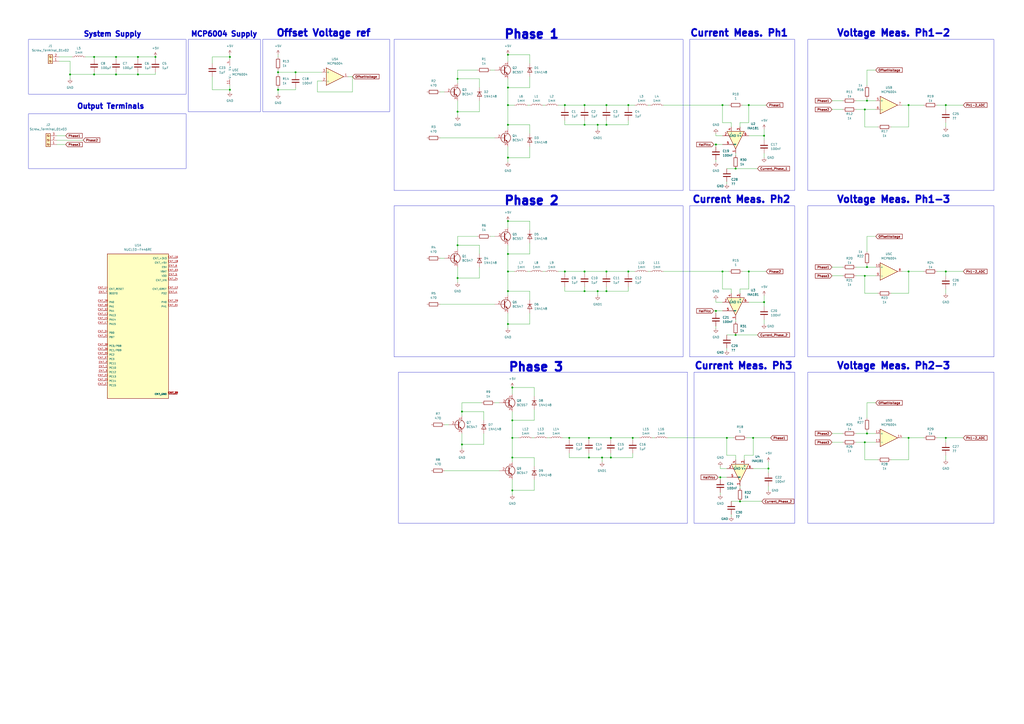
<source format=kicad_sch>
(kicad_sch (version 20230121) (generator eeschema)
  (paper "A2")
  (lib_symbols
    (symbol "Amplifier_Current:INA181" (pin_names (offset 0.127))
      (property "Reference" "U" (at 3.81 3.81 0))
      (property "Value" "INA181" (at 3.81 -2.54 0))
      (symbol "INA181_1_1"
        (pin output line (at 7.62 0 180) (length 2.54) (name "~") (number "1"))
        (pin power_in line (at -2.54 -7.62 90) (length 3.81) (name "GND") (number "2"))
        (pin input line (at -7.62 2.54 0) (length 2.54) (name "+") (number "3"))
        (pin input line (at -7.62 -2.54 0) (length 2.54) (name "-") (number "4"))
        (pin input line (at 2.54 -7.62 90) (length 6.35) (name "REF") (number "5"))
        (pin power_in line (at -2.54 7.62 270) (length 3.81) (name "V+") (number "6"))
      )
    )
    (symbol "Amplifier_Operational:MCP6004" (pin_names (offset 0.127))
      (property "Reference" "U" (at 0 5.08 0))
      (property "Value" "MCP6004" (at 0 -5.08 0))
      (symbol "MCP6004_1_1"
        (pin output line (at 7.62 0 180) (length 2.54) (name "~") (number "1"))
        (pin input line (at -7.62 -2.54 0) (length 2.54) (name "-") (number "2"))
        (pin input line (at -7.62 2.54 0) (length 2.54) (name "+") (number "3"))
      )
      (symbol "MCP6004_2_1"
        (pin input line (at -7.62 2.54 0) (length 2.54) (name "+") (number "5"))
        (pin input line (at -7.62 -2.54 0) (length 2.54) (name "-") (number "6"))
        (pin output line (at 7.62 0 180) (length 2.54) (name "~") (number "7"))
      )
      (symbol "MCP6004_3_1"
        (pin input line (at -7.62 2.54 0) (length 2.54) (name "+") (number "10"))
        (pin output line (at 7.62 0 180) (length 2.54) (name "~") (number "8"))
        (pin input line (at -7.62 -2.54 0) (length 2.54) (name "-") (number "9"))
      )
      (symbol "MCP6004_4_1"
        (pin input line (at -7.62 2.54 0) (length 2.54) (name "+") (number "12"))
        (pin input line (at -7.62 -2.54 0) (length 2.54) (name "-") (number "13"))
        (pin output line (at 7.62 0 180) (length 2.54) (name "~") (number "14"))
      )
      (symbol "MCP6004_5_1"
        (pin power_in line (at -2.54 -7.62 90) (length 3.81) (name "V-") (number "11"))
        (pin power_in line (at -2.54 7.62 270) (length 3.81) (name "V+") (number "4"))
      )
    )
    (symbol "Connector:Screw_Terminal_01x02" (pin_names (offset 1.016) hide)
      (property "Reference" "J" (at 0 2.54 0))
      (property "Value" "Screw_Terminal_01x02" (at 0 -5.08 0))
      (symbol "Screw_Terminal_01x02_1_1"
        (pin passive line (at -5.08 0 0) (length 3.81) (name "Pin_1") (number "1"))
        (pin passive line (at -5.08 -2.54 0) (length 3.81) (name "Pin_2") (number "2"))
      )
    )
    (symbol "Connector:Screw_Terminal_01x03" (pin_names (offset 1.016) hide)
      (property "Reference" "J" (at 0 5.08 0))
      (property "Value" "Screw_Terminal_01x03" (at 0 -5.08 0))
      (symbol "Screw_Terminal_01x03_1_1"
        (pin passive line (at -5.08 2.54 0) (length 3.81) (name "Pin_1") (number "1"))
        (pin passive line (at -5.08 0 0) (length 3.81) (name "Pin_2") (number "2"))
        (pin passive line (at -5.08 -2.54 0) (length 3.81) (name "Pin_3") (number "3"))
      )
    )
    (symbol "Device:C" (pin_numbers hide) (pin_names (offset 0.254))
      (property "Reference" "C" (at 0.635 2.54 0))
      (property "Value" "C" (at 0.635 -2.54 0))
      (symbol "C_1_1"
        (pin passive line (at 0 3.81 270) (length 2.794) (name "~") (number "1"))
        (pin passive line (at 0 -3.81 90) (length 2.794) (name "~") (number "2"))
      )
    )
    (symbol "Device:L" (pin_numbers hide) (pin_names (offset 1.016) hide)
      (property "Reference" "L" (at -1.27 0 90))
      (property "Value" "L" (at 1.905 0 90))
      (symbol "L_1_1"
        (pin passive line (at 0 3.81 270) (length 1.27) (name "1") (number "1"))
        (pin passive line (at 0 -3.81 90) (length 1.27) (name "2") (number "2"))
      )
    )
    (symbol "Device:R" (pin_numbers hide) (pin_names (offset 0))
      (property "Reference" "R" (at 2.032 0 90))
      (property "Value" "R" (at 0 0 90))
      (symbol "R_1_1"
        (pin passive line (at 0 3.81 270) (length 1.27) (name "~") (number "1"))
        (pin passive line (at 0 -3.81 90) (length 1.27) (name "~") (number "2"))
      )
    )
    (symbol "Diode:1N4148" (pin_numbers hide) (pin_names hide)
      (property "Reference" "D" (at 0 2.54 0))
      (property "Value" "1N4148" (at 0 -2.54 0))
      (symbol "1N4148_1_1"
        (pin passive line (at -3.81 0 0) (length 2.54) (name "K") (number "1"))
        (pin passive line (at 3.81 0 180) (length 2.54) (name "A") (number "2"))
      )
    )
    (symbol "NUCLEO-F446RE:NUCLEO-F446RE" (pin_names (offset 1.016))
      (property "Reference" "U" (at -17.78 41.91 0))
      (property "Value" "NUCLEO-F446RE" (at -17.78 -44.45 0))
      (symbol "NUCLEO-F446RE_1_0"
        (pin bidirectional line (at -22.86 -25.4 0) (length 5.08) (name "PC10") (number "CN7_1"))
        (pin bidirectional line (at 22.86 20.32 180) (length 5.08) (name "CN7_IOREF") (number "CN7_12"))
        (pin bidirectional line (at -22.86 5.08 0) (length 5.08) (name "PA13") (number "CN7_13"))
        (pin bidirectional line (at -22.86 20.32 0) (length 5.08) (name "CN7_RESET") (number "CN7_14"))
        (pin bidirectional line (at -22.86 2.54 0) (length 5.08) (name "PA14") (number "CN7_15"))
        (pin power_in line (at 22.86 38.1 180) (length 5.08) (name "CN7_+3V3") (number "CN7_16"))
        (pin bidirectional line (at -22.86 0 0) (length 5.08) (name "PA15") (number "CN7_17"))
        (pin power_in line (at 22.86 35.56 180) (length 5.08) (name "CN7_+5V") (number "CN7_18"))
        (pin power_in line (at 22.86 -40.64 180) (length 5.08) (name "CN7_GND") (number "CN7_19"))
        (pin bidirectional line (at -22.86 -22.86 0) (length 5.08) (name "PC11") (number "CN7_2"))
        (pin power_in line (at 22.86 -40.64 180) (length 5.08) (name "CN7_GND") (number "CN7_20"))
        (pin bidirectional line (at -22.86 -7.62 0) (length 5.08) (name "PB7") (number "CN7_21"))
        (pin power_in line (at 22.86 -40.64 180) (length 5.08) (name "CN7_GND") (number "CN7_22"))
        (pin bidirectional line (at -22.86 -30.48 0) (length 5.08) (name "PC13") (number "CN7_23"))
        (pin power_in line (at 22.86 25.4 180) (length 5.08) (name "CN7_VIN") (number "CN7_24"))
        (pin bidirectional line (at -22.86 -33.02 0) (length 5.08) (name "PC14") (number "CN7_25"))
        (pin bidirectional line (at -22.86 -35.56 0) (length 5.08) (name "PC15") (number "CN7_27"))
        (pin bidirectional line (at -22.86 12.7 0) (length 5.08) (name "PA0") (number "CN7_28"))
        (pin bidirectional line (at 22.86 12.7 180) (length 5.08) (name "PH0") (number "CN7_29"))
        (pin bidirectional line (at -22.86 -27.94 0) (length 5.08) (name "PC12") (number "CN7_3"))
        (pin bidirectional line (at -22.86 10.16 0) (length 5.08) (name "PA1") (number "CN7_30"))
        (pin bidirectional line (at 22.86 10.16 180) (length 5.08) (name "PH1") (number "CN7_31"))
        (pin bidirectional line (at -22.86 7.62 0) (length 5.08) (name "PA4") (number "CN7_32"))
        (pin power_in line (at 22.86 30.48 180) (length 5.08) (name "VBAT") (number "CN7_33"))
        (pin bidirectional line (at -22.86 -5.08 0) (length 5.08) (name "PB0") (number "CN7_34"))
        (pin bidirectional line (at -22.86 -17.78 0) (length 5.08) (name "PC2") (number "CN7_35"))
        (pin bidirectional line (at -22.86 -15.24 0) (length 5.08) (name "PC1/PB9") (number "CN7_36"))
        (pin bidirectional line (at -22.86 -20.32 0) (length 5.08) (name "PC3") (number "CN7_37"))
        (pin bidirectional line (at -22.86 -12.7 0) (length 5.08) (name "PC0/PB8") (number "CN7_38"))
        (pin bidirectional line (at 22.86 17.78 180) (length 5.08) (name "PD2") (number "CN7_4"))
        (pin power_in line (at 22.86 27.94 180) (length 5.08) (name "VDD") (number "CN7_5"))
        (pin power_in line (at 22.86 33.02 180) (length 5.08) (name "E5V") (number "CN7_6"))
        (pin bidirectional line (at -22.86 17.78 0) (length 5.08) (name "BOOT0") (number "CN7_7"))
        (pin power_in line (at 22.86 -40.64 180) (length 5.08) (name "CN7_GND") (number "CN7_8"))
      )
      (symbol "NUCLEO-F446RE_2_0"
        (pin bidirectional line (at 17.78 15.24 180) (length 5.08) (name "PC9") (number "CN10_1"))
        (pin bidirectional line (at -17.78 22.86 0) (length 5.08) (name "PA5") (number "CN10_11"))
        (pin bidirectional line (at -17.78 5.08 0) (length 5.08) (name "PA12") (number "CN10_12"))
        (pin bidirectional line (at -17.78 20.32 0) (length 5.08) (name "PA6") (number "CN10_13"))
        (pin bidirectional line (at -17.78 7.62 0) (length 5.08) (name "PA11") (number "CN10_14"))
        (pin bidirectional line (at -17.78 17.78 0) (length 5.08) (name "PA7") (number "CN10_15"))
        (pin bidirectional line (at -17.78 -22.86 0) (length 5.08) (name "PB12") (number "CN10_16"))
        (pin bidirectional line (at -17.78 -12.7 0) (length 5.08) (name "PB6") (number "CN10_17"))
        (pin bidirectional line (at 17.78 20.32 180) (length 5.08) (name "PC7") (number "CN10_19"))
        (pin bidirectional line (at 17.78 17.78 180) (length 5.08) (name "PC8") (number "CN10_2"))
        (pin power_in line (at 17.78 -38.1 180) (length 5.08) (name "CN10_GND") (number "CN10_20"))
        (pin bidirectional line (at -17.78 12.7 0) (length 5.08) (name "PA9") (number "CN10_21"))
        (pin bidirectional line (at -17.78 -2.54 0) (length 5.08) (name "PB2") (number "CN10_22"))
        (pin bidirectional line (at -17.78 15.24 0) (length 5.08) (name "PA8") (number "CN10_23"))
        (pin bidirectional line (at -17.78 0 0) (length 5.08) (name "PB1") (number "CN10_24"))
        (pin bidirectional line (at -17.78 -20.32 0) (length 5.08) (name "PB10") (number "CN10_25"))
        (pin bidirectional line (at -17.78 -30.48 0) (length 5.08) (name "PB15") (number "CN10_26"))
        (pin bidirectional line (at -17.78 -7.62 0) (length 5.08) (name "PB4") (number "CN10_27"))
        (pin bidirectional line (at -17.78 -27.94 0) (length 5.08) (name "PB14") (number "CN10_28"))
        (pin bidirectional line (at -17.78 -10.16 0) (length 5.08) (name "PB5") (number "CN10_29"))
        (pin bidirectional line (at -17.78 -15.24 0) (length 5.08) (name "PB8") (number "CN10_3"))
        (pin bidirectional line (at -17.78 -25.4 0) (length 5.08) (name "PB13") (number "CN10_30"))
        (pin bidirectional line (at -17.78 -5.08 0) (length 5.08) (name "PB3") (number "CN10_31"))
        (pin power_in line (at 17.78 -35.56 180) (length 5.08) (name "AGND") (number "CN10_32"))
        (pin bidirectional line (at -17.78 10.16 0) (length 5.08) (name "PA10") (number "CN10_33"))
        (pin bidirectional line (at 17.78 27.94 180) (length 5.08) (name "PC4") (number "CN10_34"))
        (pin bidirectional line (at -17.78 27.94 0) (length 5.08) (name "PA2") (number "CN10_35"))
        (pin bidirectional line (at -17.78 25.4 0) (length 5.08) (name "PA3") (number "CN10_37"))
        (pin bidirectional line (at 17.78 22.86 180) (length 5.08) (name "PC6") (number "CN10_4"))
        (pin bidirectional line (at -17.78 -17.78 0) (length 5.08) (name "PB9") (number "CN10_5"))
        (pin bidirectional line (at 17.78 25.4 180) (length 5.08) (name "PC5") (number "CN10_6"))
        (pin power_in line (at 17.78 35.56 180) (length 5.08) (name "AVDD") (number "CN10_7"))
        (pin power_in line (at 17.78 33.02 180) (length 5.08) (name "U5V") (number "CN10_8"))
        (pin power_in line (at 17.78 -38.1 180) (length 5.08) (name "CN10_GND") (number "CN10_9"))
      )
      (symbol "NUCLEO-F446RE_3_0"
        (pin bidirectional line (at -20.32 -5.08 0) (length 5.08) (name "CN6_IOREF") (number "CN6_2"))
        (pin bidirectional line (at -20.32 -2.54 0) (length 5.08) (name "CN6_RESET") (number "CN6_3"))
        (pin power_in line (at 20.32 2.54 180) (length 5.08) (name "CN6_+3V3") (number "CN6_4"))
        (pin power_in line (at 20.32 5.08 180) (length 5.08) (name "CN6_+5V") (number "CN6_5"))
        (pin power_in line (at 20.32 -10.16 180) (length 5.08) (name "CN6_GND") (number "CN6_6"))
        (pin power_in line (at 20.32 -10.16 180) (length 5.08) (name "CN6_GND") (number "CN6_7"))
        (pin power_in line (at 20.32 7.62 180) (length 5.08) (name "CN6_VIN") (number "CN6_8"))
      )
      (symbol "NUCLEO-F446RE_4_0"
        (pin input line (at -10.16 10.16 0) (length 5.08) (name "D0") (number "CN9_1"))
        (pin output line (at -10.16 7.62 0) (length 5.08) (name "D1") (number "CN9_2"))
        (pin bidirectional line (at -10.16 2.54 0) (length 5.08) (name "D2") (number "CN9_3"))
        (pin bidirectional line (at -10.16 0 0) (length 5.08) (name "D3") (number "CN9_4"))
        (pin bidirectional line (at -10.16 -2.54 0) (length 5.08) (name "D4") (number "CN9_5"))
        (pin bidirectional line (at -10.16 -5.08 0) (length 5.08) (name "D5") (number "CN9_6"))
        (pin bidirectional line (at -10.16 -7.62 0) (length 5.08) (name "D6") (number "CN9_7"))
        (pin bidirectional line (at -10.16 -10.16 0) (length 5.08) (name "D7") (number "CN9_8"))
      )
      (symbol "NUCLEO-F446RE_5_0"
        (pin input line (at -10.16 5.08 0) (length 5.08) (name "A0") (number "CN8_1"))
        (pin input line (at -10.16 2.54 0) (length 5.08) (name "A1") (number "CN8_2"))
        (pin input line (at -10.16 0 0) (length 5.08) (name "A2") (number "CN8_3"))
        (pin input line (at -10.16 -2.54 0) (length 5.08) (name "A3") (number "CN8_4"))
        (pin input line (at -10.16 -5.08 0) (length 5.08) (name "A4") (number "CN8_5"))
        (pin input line (at -10.16 -7.62 0) (length 5.08) (name "A5") (number "CN8_6"))
      )
      (symbol "NUCLEO-F446RE_6_0"
        (pin bidirectional line (at -15.24 7.62 0) (length 5.08) (name "D8") (number "CN5_1"))
        (pin bidirectional clock (at -15.24 -10.16 0) (length 5.08) (name "D15") (number "CN5_10"))
        (pin bidirectional line (at -15.24 5.08 0) (length 5.08) (name "D9") (number "CN5_2"))
        (pin bidirectional line (at -15.24 2.54 0) (length 5.08) (name "D10") (number "CN5_3"))
        (pin bidirectional line (at -15.24 0 0) (length 5.08) (name "D11") (number "CN5_4"))
        (pin bidirectional line (at -15.24 -2.54 0) (length 5.08) (name "D12") (number "CN5_5"))
        (pin bidirectional clock (at -15.24 -5.08 0) (length 5.08) (name "D13") (number "CN5_6"))
        (pin power_in line (at 15.24 -15.24 180) (length 5.08) (name "CN5_GND") (number "CN5_7"))
        (pin power_in line (at 15.24 12.7 180) (length 5.08) (name "AREF") (number "CN5_8"))
        (pin bidirectional line (at -15.24 -7.62 0) (length 5.08) (name "D14") (number "CN5_9"))
      )
    )
    (symbol "Transistor_BJT:BC547" (pin_names (offset 0) hide)
      (property "Reference" "Q" (at 5.08 1.905 0))
      (property "Value" "BC547" (at 5.08 0 0))
      (symbol "BC547_1_1"
        (pin passive line (at 2.54 5.08 270) (length 2.54) (name "C") (number "1"))
        (pin input line (at -5.08 0 0) (length 5.08) (name "B") (number "2"))
        (pin passive line (at 2.54 -5.08 90) (length 2.54) (name "E") (number "3"))
      )
    )
    (symbol "Transistor_BJT:BC557" (pin_names (offset 0) hide)
      (property "Reference" "Q" (at 5.08 1.905 0))
      (property "Value" "BC557" (at 5.08 0 0))
      (symbol "BC557_1_1"
        (pin passive line (at 2.54 5.08 270) (length 2.54) (name "C") (number "1"))
        (pin input line (at -5.08 0 0) (length 5.715) (name "B") (number "2"))
        (pin passive line (at 2.54 -5.08 90) (length 2.54) (name "E") (number "3"))
      )
    )
    (symbol "power:+5V" (power) (pin_names (offset 0))
      (property "Value" "+5V" (at 0 3.556 0))
      (symbol "+5V_1_1"
        (pin power_in line (at 0 0 90) (length 0) hide (name "+5V") (number "1"))
      )
    )
    (symbol "power:GND" (power) (pin_names (offset 0))
      (property "Value" "GND" (at 0 -3.81 0))
      (symbol "GND_1_1"
        (pin power_in line (at 0 0 270) (length 0) hide (name "GND") (number "1"))
      )
    )
    (symbol "power:GND1" (power) (pin_names (offset 0))
      (property "Value" "GND1" (at 0 -3.81 0))
      (symbol "GND1_1_1"
        (pin power_in line (at 0 0 270) (length 0) hide (name "GND1") (number "1"))
      )
    )
  )
  (junction (at 419.1 60.96))
  (junction (at 161.29 52.07))
  (junction (at 161.29 41.91))
  (junction (at 327.66 157.48))
  (junction (at 351.79 168.91))
  (junction (at 294.64 60.96))
  (junction (at 351.79 60.96))
  (junction (at 54.61 43.18))
  (junction (at 294.64 128.27))
  (junction (at 346.71 72.39))
  (junction (at 349.25 265.43))
  (junction (at 548.64 60.96))
  (junction (at 548.64 254))
  (junction (at 297.18 265.43))
  (junction (at 294.64 187.96))
  (junction (at 339.09 157.48))
  (junction (at 364.49 157.48))
  (junction (at 54.61 33.02))
  (junction (at 426.72 194.31))
  (junction (at 341.63 254))
  (junction (at 40.64 43.18))
  (junction (at 502.92 154.94))
  (junction (at 90.17 33.02))
  (junction (at 436.88 254))
  (junction (at 294.64 91.44))
  (junction (at 294.64 50.8))
  (junction (at 294.64 31.75))
  (junction (at 67.31 43.18))
  (junction (at 80.01 43.18))
  (junction (at 341.63 265.43))
  (junction (at 501.65 256.54))
  (junction (at 267.97 238.76))
  (junction (at 171.45 41.91))
  (junction (at 339.09 168.91))
  (junction (at 297.18 254))
  (junction (at 265.43 161.29))
  (junction (at 364.49 60.96))
  (junction (at 501.65 63.5))
  (junction (at 339.09 72.39))
  (junction (at 294.64 72.39))
  (junction (at 330.2 254))
  (junction (at 133.35 33.02))
  (junction (at 265.43 64.77))
  (junction (at 434.34 157.48))
  (junction (at 294.64 147.32))
  (junction (at 415.29 180.34))
  (junction (at 351.79 157.48))
  (junction (at 265.43 45.72))
  (junction (at 421.64 254))
  (junction (at 415.29 83.82))
  (junction (at 426.72 97.79))
  (junction (at 367.03 254))
  (junction (at 327.66 60.96))
  (junction (at 443.23 175.26))
  (junction (at 417.83 276.86))
  (junction (at 294.64 168.91))
  (junction (at 351.79 72.39))
  (junction (at 445.77 271.78))
  (junction (at 133.35 52.07))
  (junction (at 502.92 58.42))
  (junction (at 501.65 160.02))
  (junction (at 297.18 243.84))
  (junction (at 443.23 78.74))
  (junction (at 294.64 157.48))
  (junction (at 527.05 254))
  (junction (at 419.1 157.48))
  (junction (at 265.43 142.24))
  (junction (at 434.34 60.96))
  (junction (at 527.05 60.96))
  (junction (at 527.05 157.48))
  (junction (at 502.92 251.46))
  (junction (at 80.01 33.02))
  (junction (at 297.18 224.79))
  (junction (at 548.64 157.48))
  (junction (at 297.18 284.48))
  (junction (at 339.09 60.96))
  (junction (at 67.31 33.02))
  (junction (at 346.71 168.91))
  (junction (at 354.33 254))
  (junction (at 354.33 265.43))
  (junction (at 429.26 290.83))
  (junction (at 267.97 257.81))
  (wire (pts (xy 421.64 194.31) (xy 426.72 194.31)))
  (wire (pts (xy 431.8 266.7) (xy 431.8 264.16)))
  (wire (pts (xy 414.02 83.82) (xy 415.29 83.82)))
  (wire (pts (xy 133.35 52.07) (xy 133.35 53.34)))
  (wire (pts (xy 443.23 175.26) (xy 443.23 177.8)))
  (wire (pts (xy 421.64 254) (xy 421.64 264.16)))
  (wire (pts (xy 414.02 180.34) (xy 415.29 180.34)))
  (wire (pts (xy 40.64 35.56) (xy 40.64 43.18)))
  (wire (pts (xy 133.35 52.07) (xy 123.19 52.07)))
  (wire (pts (xy 426.72 88.9) (xy 426.72 90.17)))
  (wire (pts (xy 309.88 224.79) (xy 297.18 224.79)))
  (wire (pts (xy 430.53 157.48) (xy 434.34 157.48)))
  (wire (pts (xy 354.33 262.89) (xy 354.33 265.43)))
  (wire (pts (xy 327.66 60.96) (xy 327.66 62.23)))
  (wire (pts (xy 496.57 251.46) (xy 502.92 251.46)))
  (wire (pts (xy 424.18 167.64) (xy 419.1 167.64)))
  (wire (pts (xy 548.64 254) (xy 548.64 256.54)))
  (wire (pts (xy 306.07 157.48) (xy 307.34 157.48)))
  (wire (pts (xy 54.61 41.91) (xy 54.61 43.18)))
  (wire (pts (xy 323.85 157.48) (xy 327.66 157.48)))
  (wire (pts (xy 54.61 43.18) (xy 67.31 43.18)))
  (wire (pts (xy 201.93 44.45) (xy 204.47 44.45)))
  (wire (pts (xy 502.92 154.94) (xy 508 154.94)))
  (wire (pts (xy 309.88 243.84) (xy 297.18 243.84)))
  (wire (pts (xy 278.13 161.29) (xy 265.43 161.29)))
  (wire (pts (xy 297.18 243.84) (xy 297.18 254)))
  (wire (pts (xy 278.13 154.94) (xy 278.13 161.29)))
  (wire (pts (xy 255.27 53.34) (xy 257.81 53.34)))
  (wire (pts (xy 278.13 147.32) (xy 278.13 142.24)))
  (wire (pts (xy 443.23 78.74) (xy 434.34 78.74)))
  (wire (pts (xy 351.79 168.91) (xy 346.71 168.91)))
  (wire (pts (xy 161.29 41.91) (xy 171.45 41.91)))
  (wire (pts (xy 306.07 60.96) (xy 307.34 60.96)))
  (wire (pts (xy 421.64 254) (xy 425.45 254)))
  (wire (pts (xy 543.56 254) (xy 548.64 254)))
  (wire (pts (xy 430.53 60.96) (xy 434.34 60.96)))
  (wire (pts (xy 133.35 33.02) (xy 133.35 34.29)))
  (wire (pts (xy 279.4 233.68) (xy 267.97 233.68)))
  (wire (pts (xy 341.63 254) (xy 341.63 255.27)))
  (wire (pts (xy 351.79 72.39) (xy 346.71 72.39)))
  (wire (pts (xy 429.26 290.83) (xy 441.96 290.83)))
  (wire (pts (xy 123.19 44.45) (xy 123.19 52.07)))
  (wire (pts (xy 54.61 43.18) (xy 40.64 43.18)))
  (wire (pts (xy 265.43 161.29) (xy 265.43 163.83)))
  (wire (pts (xy 482.6 154.94) (xy 488.95 154.94)))
  (wire (pts (xy 280.67 243.84) (xy 280.67 238.76)))
  (wire (pts (xy 429.26 71.12) (xy 434.34 71.12)))
  (wire (pts (xy 278.13 50.8) (xy 278.13 45.72)))
  (wire (pts (xy 257.81 273.05) (xy 289.56 273.05)))
  (wire (pts (xy 433.07 254) (xy 436.88 254)))
  (wire (pts (xy 516.89 73.66) (xy 527.05 73.66)))
  (wire (pts (xy 502.92 40.64) (xy 502.92 49.53)))
  (wire (pts (xy 33.02 83.82) (xy 38.1 83.82)))
  (wire (pts (xy 294.64 50.8) (xy 294.64 60.96)))
  (wire (pts (xy 297.18 284.48) (xy 297.18 287.02)))
  (wire (pts (xy 415.29 189.23) (xy 415.29 190.5)))
  (wire (pts (xy 364.49 72.39) (xy 351.79 72.39)))
  (wire (pts (xy 276.86 137.16) (xy 265.43 137.16)))
  (wire (pts (xy 415.29 83.82) (xy 415.29 85.09)))
  (wire (pts (xy 307.34 181.61) (xy 307.34 187.96)))
  (wire (pts (xy 509.27 266.7) (xy 501.65 266.7)))
  (wire (pts (xy 297.18 238.76) (xy 297.18 243.84)))
  (wire (pts (xy 307.34 31.75) (xy 294.64 31.75)))
  (wire (pts (xy 443.23 88.9) (xy 443.23 91.44)))
  (wire (pts (xy 327.66 168.91) (xy 339.09 168.91)))
  (wire (pts (xy 351.79 69.85) (xy 351.79 72.39)))
  (wire (pts (xy 496.57 63.5) (xy 501.65 63.5)))
  (wire (pts (xy 527.05 60.96) (xy 535.94 60.96)))
  (wire (pts (xy 278.13 58.42) (xy 278.13 64.77)))
  (wire (pts (xy 255.27 80.01) (xy 287.02 80.01)))
  (wire (pts (xy 527.05 157.48) (xy 535.94 157.48)))
  (wire (pts (xy 341.63 254) (xy 354.33 254)))
  (wire (pts (xy 351.79 157.48) (xy 364.49 157.48)))
  (wire (pts (xy 426.72 97.79) (xy 439.42 97.79)))
  (wire (pts (xy 307.34 168.91) (xy 294.64 168.91)))
  (wire (pts (xy 501.65 256.54) (xy 501.65 266.7)))
  (wire (pts (xy 327.66 72.39) (xy 339.09 72.39)))
  (wire (pts (xy 330.2 265.43) (xy 341.63 265.43)))
  (wire (pts (xy 415.29 180.34) (xy 415.29 181.61)))
  (wire (pts (xy 415.29 175.26) (xy 419.1 175.26)))
  (wire (pts (xy 307.34 50.8) (xy 294.64 50.8)))
  (wire (pts (xy 419.1 157.48) (xy 419.1 167.64)))
  (wire (pts (xy 265.43 40.64) (xy 265.43 45.72)))
  (wire (pts (xy 171.45 50.8) (xy 171.45 52.07)))
  (wire (pts (xy 280.67 257.81) (xy 267.97 257.81)))
  (wire (pts (xy 509.27 73.66) (xy 501.65 73.66)))
  (wire (pts (xy 67.31 43.18) (xy 80.01 43.18)))
  (wire (pts (xy 171.45 41.91) (xy 186.69 41.91)))
  (wire (pts (xy 171.45 41.91) (xy 171.45 43.18)))
  (wire (pts (xy 309.88 265.43) (xy 297.18 265.43)))
  (wire (pts (xy 548.64 60.96) (xy 558.8 60.96)))
  (wire (pts (xy 364.49 60.96) (xy 364.49 62.23)))
  (wire (pts (xy 523.24 157.48) (xy 527.05 157.48)))
  (wire (pts (xy 445.77 271.78) (xy 436.88 271.78)))
  (wire (pts (xy 502.92 58.42) (xy 502.92 57.15)))
  (wire (pts (xy 443.23 74.93) (xy 443.23 78.74)))
  (wire (pts (xy 443.23 175.26) (xy 434.34 175.26)))
  (wire (pts (xy 284.48 137.16) (xy 287.02 137.16)))
  (wire (pts (xy 265.43 58.42) (xy 265.43 64.77)))
  (wire (pts (xy 421.64 97.79) (xy 426.72 97.79)))
  (wire (pts (xy 516.89 170.18) (xy 527.05 170.18)))
  (wire (pts (xy 424.18 73.66) (xy 424.18 71.12)))
  (wire (pts (xy 307.34 173.99) (xy 307.34 168.91)))
  (wire (pts (xy 294.64 72.39) (xy 294.64 74.93)))
  (wire (pts (xy 364.49 166.37) (xy 364.49 168.91)))
  (wire (pts (xy 482.6 256.54) (xy 488.95 256.54)))
  (wire (pts (xy 309.88 278.13) (xy 309.88 284.48)))
  (wire (pts (xy 327.66 69.85) (xy 327.66 72.39)))
  (wire (pts (xy 123.19 33.02) (xy 133.35 33.02)))
  (wire (pts (xy 364.49 157.48) (xy 364.49 158.75)))
  (wire (pts (xy 294.64 168.91) (xy 294.64 171.45)))
  (wire (pts (xy 314.96 60.96) (xy 316.23 60.96)))
  (wire (pts (xy 508 233.68) (xy 502.92 233.68)))
  (wire (pts (xy 443.23 185.42) (xy 443.23 187.96)))
  (wire (pts (xy 161.29 41.91) (xy 161.29 43.18)))
  (wire (pts (xy 496.57 58.42) (xy 502.92 58.42)))
  (wire (pts (xy 443.23 78.74) (xy 443.23 81.28)))
  (wire (pts (xy 482.6 63.5) (xy 488.95 63.5)))
  (wire (pts (xy 297.18 254) (xy 297.18 265.43)))
  (wire (pts (xy 523.24 254) (xy 527.05 254)))
  (wire (pts (xy 49.53 33.02) (xy 54.61 33.02)))
  (wire (pts (xy 367.03 265.43) (xy 354.33 265.43)))
  (wire (pts (xy 265.43 154.94) (xy 265.43 161.29)))
  (wire (pts (xy 54.61 33.02) (xy 67.31 33.02)))
  (wire (pts (xy 267.97 238.76) (xy 267.97 241.3)))
  (wire (pts (xy 354.33 254) (xy 367.03 254)))
  (wire (pts (xy 317.5 254) (xy 318.77 254)))
  (wire (pts (xy 34.29 35.56) (xy 40.64 35.56)))
  (wire (pts (xy 307.34 147.32) (xy 294.64 147.32)))
  (wire (pts (xy 294.64 85.09) (xy 294.64 91.44)))
  (wire (pts (xy 327.66 166.37) (xy 327.66 168.91)))
  (wire (pts (xy 327.66 157.48) (xy 339.09 157.48)))
  (wire (pts (xy 434.34 60.96) (xy 444.5 60.96)))
  (wire (pts (xy 330.2 254) (xy 341.63 254)))
  (wire (pts (xy 424.18 71.12) (xy 419.1 71.12)))
  (wire (pts (xy 307.34 133.35) (xy 307.34 128.27)))
  (wire (pts (xy 364.49 69.85) (xy 364.49 72.39)))
  (wire (pts (xy 508 137.16) (xy 502.92 137.16)))
  (wire (pts (xy 204.47 44.45) (xy 204.47 53.34)))
  (wire (pts (xy 548.64 254) (xy 558.8 254)))
  (wire (pts (xy 309.88 284.48) (xy 297.18 284.48)))
  (wire (pts (xy 501.65 63.5) (xy 508 63.5)))
  (wire (pts (xy 80.01 41.91) (xy 80.01 43.18)))
  (wire (pts (xy 294.64 60.96) (xy 298.45 60.96)))
  (wire (pts (xy 429.26 167.64) (xy 434.34 167.64)))
  (wire (pts (xy 33.02 78.74) (xy 38.1 78.74)))
  (wire (pts (xy 548.64 167.64) (xy 548.64 170.18)))
  (wire (pts (xy 415.29 180.34) (xy 419.1 180.34)))
  (wire (pts (xy 429.26 170.18) (xy 429.26 167.64)))
  (wire (pts (xy 307.34 187.96) (xy 294.64 187.96)))
  (wire (pts (xy 415.29 83.82) (xy 419.1 83.82)))
  (wire (pts (xy 184.15 53.34) (xy 184.15 46.99)))
  (wire (pts (xy 280.67 238.76) (xy 267.97 238.76)))
  (wire (pts (xy 415.29 78.74) (xy 419.1 78.74)))
  (wire (pts (xy 297.18 254) (xy 300.99 254)))
  (wire (pts (xy 419.1 157.48) (xy 422.91 157.48)))
  (wire (pts (xy 548.64 60.96) (xy 548.64 63.5)))
  (wire (pts (xy 496.57 154.94) (xy 502.92 154.94)))
  (wire (pts (xy 294.64 187.96) (xy 294.64 190.5)))
  (wire (pts (xy 424.18 170.18) (xy 424.18 167.64)))
  (wire (pts (xy 516.89 266.7) (xy 527.05 266.7)))
  (wire (pts (xy 267.97 257.81) (xy 267.97 260.35)))
  (wire (pts (xy 424.18 290.83) (xy 429.26 290.83)))
  (wire (pts (xy 133.35 31.75) (xy 133.35 33.02)))
  (wire (pts (xy 351.79 60.96) (xy 364.49 60.96)))
  (wire (pts (xy 67.31 33.02) (xy 80.01 33.02)))
  (wire (pts (xy 426.72 266.7) (xy 426.72 264.16)))
  (wire (pts (xy 171.45 52.07) (xy 161.29 52.07)))
  (wire (pts (xy 307.34 36.83) (xy 307.34 31.75)))
  (wire (pts (xy 482.6 58.42) (xy 488.95 58.42)))
  (wire (pts (xy 294.64 128.27) (xy 294.64 132.08)))
  (wire (pts (xy 426.72 194.31) (xy 439.42 194.31)))
  (wire (pts (xy 354.33 254) (xy 354.33 255.27)))
  (wire (pts (xy 265.43 45.72) (xy 265.43 48.26)))
  (wire (pts (xy 294.64 45.72) (xy 294.64 50.8)))
  (wire (pts (xy 426.72 264.16) (xy 421.64 264.16)))
  (wire (pts (xy 257.81 246.38) (xy 260.35 246.38)))
  (wire (pts (xy 375.92 157.48) (xy 377.19 157.48)))
  (wire (pts (xy 431.8 264.16) (xy 436.88 264.16)))
  (wire (pts (xy 294.64 31.75) (xy 294.64 35.56)))
  (wire (pts (xy 67.31 41.91) (xy 67.31 43.18)))
  (wire (pts (xy 387.35 254) (xy 421.64 254)))
  (wire (pts (xy 378.46 254) (xy 379.73 254)))
  (wire (pts (xy 80.01 33.02) (xy 90.17 33.02)))
  (wire (pts (xy 501.65 63.5) (xy 501.65 73.66)))
  (wire (pts (xy 294.64 157.48) (xy 294.64 168.91)))
  (wire (pts (xy 445.77 267.97) (xy 445.77 271.78)))
  (wire (pts (xy 436.88 264.16) (xy 436.88 254)))
  (wire (pts (xy 548.64 157.48) (xy 548.64 160.02)))
  (wire (pts (xy 80.01 33.02) (xy 80.01 34.29)))
  (wire (pts (xy 341.63 265.43) (xy 349.25 265.43)))
  (wire (pts (xy 349.25 265.43) (xy 349.25 267.97)))
  (wire (pts (xy 294.64 147.32) (xy 294.64 157.48)))
  (wire (pts (xy 314.96 157.48) (xy 316.23 157.48)))
  (wire (pts (xy 307.34 44.45) (xy 307.34 50.8)))
  (wire (pts (xy 548.64 157.48) (xy 558.8 157.48)))
  (wire (pts (xy 548.64 71.12) (xy 548.64 73.66)))
  (wire (pts (xy 424.18 298.45) (xy 424.18 299.72)))
  (wire (pts (xy 501.65 160.02) (xy 508 160.02)))
  (wire (pts (xy 445.77 271.78) (xy 445.77 274.32)))
  (wire (pts (xy 415.29 92.71) (xy 415.29 93.98)))
  (wire (pts (xy 33.02 81.28) (xy 48.26 81.28)))
  (wire (pts (xy 255.27 176.53) (xy 287.02 176.53)))
  (wire (pts (xy 339.09 168.91) (xy 346.71 168.91)))
  (wire (pts (xy 123.19 36.83) (xy 123.19 33.02)))
  (wire (pts (xy 161.29 31.75) (xy 161.29 33.02)))
  (wire (pts (xy 161.29 52.07) (xy 161.29 54.61)))
  (wire (pts (xy 496.57 256.54) (xy 501.65 256.54)))
  (wire (pts (xy 527.05 254) (xy 527.05 266.7)))
  (wire (pts (xy 294.64 142.24) (xy 294.64 147.32)))
  (wire (pts (xy 267.97 251.46) (xy 267.97 257.81)))
  (wire (pts (xy 326.39 254) (xy 330.2 254)))
  (wire (pts (xy 265.43 137.16) (xy 265.43 142.24)))
  (wire (pts (xy 434.34 167.64) (xy 434.34 157.48)))
  (wire (pts (xy 367.03 262.89) (xy 367.03 265.43)))
  (wire (pts (xy 367.03 254) (xy 367.03 255.27)))
  (wire (pts (xy 307.34 85.09) (xy 307.34 91.44)))
  (wire (pts (xy 496.57 160.02) (xy 501.65 160.02)))
  (wire (pts (xy 415.29 173.99) (xy 415.29 175.26)))
  (wire (pts (xy 294.64 181.61) (xy 294.64 187.96)))
  (wire (pts (xy 278.13 45.72) (xy 265.43 45.72)))
  (wire (pts (xy 354.33 265.43) (xy 349.25 265.43)))
  (wire (pts (xy 339.09 69.85) (xy 339.09 72.39)))
  (wire (pts (xy 509.27 170.18) (xy 501.65 170.18)))
  (wire (pts (xy 330.2 254) (xy 330.2 255.27)))
  (wire (pts (xy 421.64 201.93) (xy 421.64 203.2)))
  (wire (pts (xy 327.66 60.96) (xy 339.09 60.96)))
  (wire (pts (xy 434.34 71.12) (xy 434.34 60.96)))
  (wire (pts (xy 307.34 128.27) (xy 294.64 128.27)))
  (wire (pts (xy 375.92 60.96) (xy 377.19 60.96)))
  (wire (pts (xy 90.17 41.91) (xy 90.17 43.18)))
  (wire (pts (xy 502.92 154.94) (xy 502.92 153.67)))
  (wire (pts (xy 297.18 278.13) (xy 297.18 284.48)))
  (wire (pts (xy 309.88 229.87) (xy 309.88 224.79)))
  (wire (pts (xy 54.61 33.02) (xy 54.61 34.29)))
  (wire (pts (xy 255.27 149.86) (xy 257.81 149.86)))
  (wire (pts (xy 339.09 157.48) (xy 339.09 158.75)))
  (wire (pts (xy 284.48 40.64) (xy 287.02 40.64)))
  (wire (pts (xy 527.05 157.48) (xy 527.05 170.18)))
  (wire (pts (xy 502.92 137.16) (xy 502.92 146.05)))
  (wire (pts (xy 415.29 77.47) (xy 415.29 78.74)))
  (wire (pts (xy 426.72 185.42) (xy 426.72 186.69)))
  (wire (pts (xy 502.92 251.46) (xy 502.92 250.19)))
  (wire (pts (xy 527.05 60.96) (xy 527.05 73.66)))
  (wire (pts (xy 204.47 53.34) (xy 184.15 53.34)))
  (wire (pts (xy 307.34 140.97) (xy 307.34 147.32)))
  (wire (pts (xy 287.02 233.68) (xy 289.56 233.68)))
  (wire (pts (xy 161.29 50.8) (xy 161.29 52.07)))
  (wire (pts (xy 294.64 60.96) (xy 294.64 72.39)))
  (wire (pts (xy 351.79 157.48) (xy 351.79 158.75)))
  (wire (pts (xy 161.29 40.64) (xy 161.29 41.91)))
  (wire (pts (xy 501.65 160.02) (xy 501.65 170.18)))
  (wire (pts (xy 339.09 60.96) (xy 351.79 60.96)))
  (wire (pts (xy 307.34 91.44) (xy 294.64 91.44)))
  (wire (pts (xy 67.31 33.02) (xy 67.31 34.29)))
  (wire (pts (xy 278.13 64.77) (xy 265.43 64.77)))
  (wire (pts (xy 364.49 60.96) (xy 368.3 60.96)))
  (wire (pts (xy 417.83 276.86) (xy 421.64 276.86)))
  (wire (pts (xy 341.63 262.89) (xy 341.63 265.43)))
  (wire (pts (xy 421.64 105.41) (xy 421.64 106.68)))
  (wire (pts (xy 501.65 256.54) (xy 508 256.54)))
  (wire (pts (xy 330.2 262.89) (xy 330.2 265.43)))
  (wire (pts (xy 351.79 166.37) (xy 351.79 168.91)))
  (wire (pts (xy 294.64 91.44) (xy 294.64 93.98)))
  (wire (pts (xy 502.92 58.42) (xy 508 58.42)))
  (wire (pts (xy 417.83 276.86) (xy 417.83 278.13)))
  (wire (pts (xy 436.88 254) (xy 447.04 254)))
  (wire (pts (xy 417.83 285.75) (xy 417.83 287.02)))
  (wire (pts (xy 364.49 168.91) (xy 351.79 168.91)))
  (wire (pts (xy 429.26 281.94) (xy 429.26 283.21)))
  (wire (pts (xy 297.18 224.79) (xy 297.18 228.6)))
  (wire (pts (xy 429.26 73.66) (xy 429.26 71.12)))
  (wire (pts (xy 543.56 157.48) (xy 548.64 157.48)))
  (wire (pts (xy 502.92 251.46) (xy 508 251.46)))
  (wire (pts (xy 267.97 233.68) (xy 267.97 238.76)))
  (wire (pts (xy 339.09 157.48) (xy 351.79 157.48)))
  (wire (pts (xy 417.83 271.78) (xy 421.64 271.78)))
  (wire (pts (xy 309.88 237.49) (xy 309.88 243.84)))
  (wire (pts (xy 90.17 33.02) (xy 90.17 34.29)))
  (wire (pts (xy 309.88 270.51) (xy 309.88 265.43)))
  (wire (pts (xy 346.71 168.91) (xy 346.71 171.45)))
  (wire (pts (xy 523.24 60.96) (xy 527.05 60.96)))
  (wire (pts (xy 280.67 251.46) (xy 280.67 257.81)))
  (wire (pts (xy 323.85 60.96) (xy 327.66 60.96)))
  (wire (pts (xy 502.92 233.68) (xy 502.92 242.57)))
  (wire (pts (xy 416.56 276.86) (xy 417.83 276.86)))
  (wire (pts (xy 307.34 72.39) (xy 294.64 72.39)))
  (wire (pts (xy 443.23 171.45) (xy 443.23 175.26)))
  (wire (pts (xy 278.13 142.24) (xy 265.43 142.24)))
  (wire (pts (xy 482.6 251.46) (xy 488.95 251.46)))
  (wire (pts (xy 327.66 157.48) (xy 327.66 158.75)))
  (wire (pts (xy 80.01 43.18) (xy 90.17 43.18)))
  (wire (pts (xy 419.1 60.96) (xy 419.1 71.12)))
  (wire (pts (xy 294.64 157.48) (xy 298.45 157.48)))
  (wire (pts (xy 351.79 60.96) (xy 351.79 62.23)))
  (wire (pts (xy 527.05 254) (xy 535.94 254)))
  (wire (pts (xy 364.49 157.48) (xy 368.3 157.48)))
  (wire (pts (xy 417.83 270.51) (xy 417.83 271.78)))
  (wire (pts (xy 339.09 60.96) (xy 339.09 62.23)))
  (wire (pts (xy 419.1 60.96) (xy 422.91 60.96)))
  (wire (pts (xy 34.29 33.02) (xy 41.91 33.02)))
  (wire (pts (xy 307.34 77.47) (xy 307.34 72.39)))
  (wire (pts (xy 508 40.64) (xy 502.92 40.64)))
  (wire (pts (xy 265.43 64.77) (xy 265.43 67.31)))
  (wire (pts (xy 184.15 46.99) (xy 186.69 46.99)))
  (wire (pts (xy 384.81 157.48) (xy 419.1 157.48)))
  (wire (pts (xy 308.61 254) (xy 309.88 254)))
  (wire (pts (xy 548.64 264.16) (xy 548.64 266.7)))
  (wire (pts (xy 339.09 166.37) (xy 339.09 168.91)))
  (wire (pts (xy 265.43 142.24) (xy 265.43 144.78)))
  (wire (pts (xy 40.64 43.18) (xy 40.64 45.72)))
  (wire (pts (xy 445.77 281.94) (xy 445.77 284.48)))
  (wire (pts (xy 297.18 265.43) (xy 297.18 267.97)))
  (wire (pts (xy 133.35 49.53) (xy 133.35 52.07)))
  (wire (pts (xy 367.03 254) (xy 370.84 254)))
  (wire (pts (xy 384.81 60.96) (xy 419.1 60.96)))
  (wire (pts (xy 434.34 157.48) (xy 444.5 157.48)))
  (wire (pts (xy 346.71 72.39) (xy 346.71 74.93)))
  (wire (pts (xy 276.86 40.64) (xy 265.43 40.64)))
  (wire (pts (xy 339.09 72.39) (xy 346.71 72.39)))
  (wire (pts (xy 543.56 60.96) (xy 548.64 60.96)))
  (wire (pts (xy 482.6 160.02) (xy 488.95 160.02)))
  (rectangle (start 468.63 215.9) (end 576.58 303.53))
  (rectangle (start 400.05 119.38) (end 461.01 207.01))
  (rectangle (start 16.51 22.86) (end 107.95 54.61))
  (rectangle (start 152.4 22.86) (end 226.06 64.77))
  (rectangle (start 16.51 66.04) (end 107.95 97.79))
  (rectangle (start 231.14 215.9) (end 398.78 303.53))
  (rectangle (start 402.59 215.9) (end 461.01 303.53))
  (rectangle (start 400.05 22.86) (end 461.01 110.49))
  (rectangle (start 228.6 119.38) (end 396.24 207.01))
  (rectangle (start 468.63 119.38) (end 576.58 207.01))
  (rectangle (start 468.63 22.86) (end 576.58 110.49))
  (rectangle (start 109.22 22.86) (end 151.13 64.77))
  (rectangle (start 228.6 22.86) (end 396.24 110.49))
  (text "Phase 1" (at 292.1 22.86 0) (effects (font (size 5 5) (thickness 3) bold) (justify left bottom)))
  (text "Current Meas. Ph1" (at 400.05 21.59 0) (effects (font (size 4 4) (thickness 3) bold) (justify left bottom)))
  (text "Current Meas. Ph3" (at 402.59 214.63 0) (effects (font (size 4 4) (thickness 3) bold) (justify left bottom)))
  (text "System Supply" (at 48.26 21.59 0) (effects (font (size 3 3) (thickness 3) bold) (justify left bottom)))
  (text "Output Terminals" (at 44.45 63.5 0) (effects (font (size 3 3) (thickness 3) bold) (justify left bottom)))
  (text "Voltage Meas. Ph1-3" (at 485.14 118.11 0) (effects (font (size 4 4) (thickness 3) bold) (justify left bottom)))
  (text "Voltage Meas. Ph2-3" (at 485.14 214.63 0) (effects (font (size 4 4) (thickness 3) bold) (justify left bottom)))
  (text "Offset Voltage ref" (at 160.02 21.59 0) (effects (font (size 4 4) (thickness 3) bold) (justify left bottom)))
  (text "Voltage Meas. Ph1-2" (at 485.14 21.59 0) (effects (font (size 4 4) (thickness 3) bold) (justify left bottom)))
  (text "Phase 2" (at 292.1 119.38 0) (effects (font (size 5 5) (thickness 3) bold) (justify left bottom)))
  (text "Current Meas. Ph2" (at 401.32 118.11 0) (effects (font (size 4 4) (thickness 3) bold) (justify left bottom)))
  (text "Phase 3" (at 294.64 215.9 0) (effects (font (size 5 5) (thickness 3) bold) (justify left bottom)))
  (text "MCP6004 Supply" (at 110.49 21.59 0) (effects (font (size 3 3) (thickness 3) bold) (justify left bottom)))
  (global_label "Ph1-2_ADC" (shape input) (at 558.8 254 0) (effects (font bold)) (property "Intersheetrefs" "${INTERSHEET_REFS}" (effects hide)))
  (global_label "OffsetVoltage" (shape input) (at 508 137.16 0) (effects (font bold)) (property "Intersheetrefs" "${INTERSHEET_REFS}" (effects hide)))
  (global_label "OffsetVoltage" (shape input) (at 508 233.68 0) (effects (font bold)) (property "Intersheetrefs" "${INTERSHEET_REFS}" (effects hide)))
  (global_label "Ph1-2_ADC" (shape input) (at 558.8 157.48 0) (effects (font bold)) (property "Intersheetrefs" "${INTERSHEET_REFS}" (effects hide)))
  (global_label "Phase1" (shape input) (at 447.04 254 0) (effects (font bold)) (property "Intersheetrefs" "${INTERSHEET_REFS}" (effects hide)))
  (global_label "Phase1" (shape input) (at 444.5 60.96 0) (effects (font bold)) (property "Intersheetrefs" "${INTERSHEET_REFS}" (effects hide)))
  (global_label "OffsetVoltage" (shape input) (at 508 40.64 0) (effects (font bold)) (property "Intersheetrefs" "${INTERSHEET_REFS}" (effects hide)))
  (global_label "Phase3" (shape input) (at 482.6 160.02 180) (effects (font bold)) (property "Intersheetrefs" "${INTERSHEET_REFS}" (effects hide)))
  (global_label "Phase3" (shape input) (at 482.6 256.54 180) (effects (font bold)) (property "Intersheetrefs" "${INTERSHEET_REFS}" (effects hide)))
  (global_label "Phase2" (shape input) (at 482.6 63.5 180) (effects (font bold)) (property "Intersheetrefs" "${INTERSHEET_REFS}" (effects hide)))
  (global_label "Phase1" (shape input) (at 482.6 58.42 180) (effects (font bold)) (property "Intersheetrefs" "${INTERSHEET_REFS}" (effects hide)))
  (global_label "OffsetVoltage" (shape input) (at 204.47 44.45 0) (effects (font bold)) (property "Intersheetrefs" "${INTERSHEET_REFS}" (effects hide)))
  (global_label "Ph1-2_ADC" (shape input) (at 558.8 60.96 0) (effects (font bold)) (property "Intersheetrefs" "${INTERSHEET_REFS}" (effects hide)))
  (global_label "HalfVcc" (shape input) (at 414.02 180.34 180) (effects (font bold)) (property "Intersheetrefs" "${INTERSHEET_REFS}" (effects hide)))
  (global_label "Current_Phase_2" (shape input) (at 439.42 194.31 0) (effects (font bold)) (property "Intersheetrefs" "${INTERSHEET_REFS}" (effects hide)))
  (global_label "Current_Phase_2" (shape input) (at 441.96 290.83 0) (effects (font bold)) (property "Intersheetrefs" "${INTERSHEET_REFS}" (effects hide)))
  (global_label "Phase1" (shape input) (at 482.6 154.94 180) (effects (font bold)) (property "Intersheetrefs" "${INTERSHEET_REFS}" (effects hide)))
  (global_label "Phase2" (shape input) (at 48.26 81.28 0) (effects (font bold)) (property "Intersheetrefs" "${INTERSHEET_REFS}" (effects hide)))
  (global_label "HalfVcc" (shape input) (at 416.56 276.86 180) (effects (font bold)) (property "Intersheetrefs" "${INTERSHEET_REFS}" (effects hide)))
  (global_label "Phase3" (shape input) (at 38.1 83.82 0) (effects (font bold)) (property "Intersheetrefs" "${INTERSHEET_REFS}" (effects hide)))
  (global_label "Phase2" (shape input) (at 444.5 157.48 0) (effects (font bold)) (property "Intersheetrefs" "${INTERSHEET_REFS}" (effects hide)))
  (global_label "Phase1" (shape input) (at 38.1 78.74 0) (effects (font bold)) (property "Intersheetrefs" "${INTERSHEET_REFS}" (effects hide)))
  (global_label "HalfVcc" (shape input) (at 414.02 83.82 180) (effects (font bold)) (property "Intersheetrefs" "${INTERSHEET_REFS}" (effects hide)))
  (global_label "Phase2" (shape input) (at 482.6 251.46 180) (effects (font bold)) (property "Intersheetrefs" "${INTERSHEET_REFS}" (effects hide)))
  (global_label "Current_Phase_1" (shape input) (at 439.42 97.79 0) (effects (font bold)) (property "Intersheetrefs" "${INTERSHEET_REFS}" (effects hide)))
  (symbol (lib_id "Device:L") (at 313.69 254 90) (unit 1)
    (property "Reference" "L13" (at 313.69 248.92 90))
    (property "Value" "1mH" (at 313.69 251.46 90))
    (property "Footprint" "Inductor_THT:L_Axial_L12.0mm_D5.0mm_P15.24mm_Horizontal_Fastron_MISC" (effects hide))
  )
  (symbol (lib_id "Device:R") (at 426.72 157.48 90) (unit 1)
    (property "Reference" "R15" (at 426.72 151.13 90))
    (property "Value" "1" (at 426.72 153.67 90))
    (property "Footprint" "Resistor_THT:R_Axial_DIN0207_L6.3mm_D2.5mm_P10.16mm_Horizontal" (effects hide))
  )
  (symbol (lib_id "Device:L") (at 381 157.48 90) (unit 1)
    (property "Reference" "L11" (at 381 152.4 90))
    (property "Value" "1mH" (at 381 154.94 90))
    (property "Footprint" "Inductor_THT:L_Axial_L12.0mm_D5.0mm_P15.24mm_Horizontal_Fastron_MISC" (effects hide))
  )
  (symbol (lib_id "Device:R") (at 280.67 137.16 90) (unit 1)
    (property "Reference" "R6" (at 280.67 130.81 90))
    (property "Value" "1k" (at 280.67 133.35 90))
    (property "Footprint" "Resistor_THT:R_Axial_DIN0207_L6.3mm_D2.5mm_P10.16mm_Horizontal" (effects hide))
  )
  (symbol (lib_id "Device:C") (at 339.09 66.04 0) (unit 1)
    (property "Reference" "C2" (at 342.9 64.77 0) (effects (justify left)))
    (property "Value" "1µF" (at 342.9 67.31 0) (effects (justify left)))
    (property "Footprint" "Capacitor_THT:C_Disc_D7.5mm_W5.0mm_P5.00mm" (effects hide))
  )
  (symbol (lib_id "Device:R") (at 426.72 60.96 90) (unit 1)
    (property "Reference" "R10" (at 426.72 54.61 90))
    (property "Value" "1" (at 426.72 57.15 90))
    (property "Footprint" "Resistor_THT:R_Axial_DIN0207_L6.3mm_D2.5mm_P10.16mm_Horizontal" (effects hide))
  )
  (symbol (lib_id "power:GND") (at 421.64 203.2 0) (unit 1)
    (property "Reference" "#PWR033" (effects hide))
    (property "Value" "GND" (at 417.83 204.47 0))
  )
  (symbol (lib_id "Device:R") (at 429.26 287.02 180) (unit 1)
    (property "Reference" "R32" (at 431.8 285.75 0) (effects (justify right)))
    (property "Value" "1k" (at 431.8 288.29 0) (effects (justify right)))
    (property "Footprint" "Resistor_THT:R_Axial_DIN0207_L6.3mm_D2.5mm_P10.16mm_Horizontal" (effects hide))
  )
  (symbol (lib_id "Device:R") (at 161.29 46.99 180) (unit 1)
    (property "Reference" "R14" (at 163.83 45.72 0) (effects (justify right)))
    (property "Value" "1k" (at 163.83 48.26 0) (effects (justify right)))
    (property "Footprint" "Resistor_THT:R_Axial_DIN0207_L6.3mm_D2.5mm_P10.16mm_Horizontal" (effects hide))
  )
  (symbol (lib_id "power:GND") (at 548.64 170.18 0) (unit 1)
    (property "Reference" "#PWR034" (effects hide))
    (property "Value" "GND" (at 548.64 175.26 0))
  )
  (symbol (lib_id "power:+5V") (at 161.29 31.75 0) (unit 1)
    (property "Reference" "#PWR018" (effects hide))
    (property "Value" "+5V" (at 161.29 26.67 0))
  )
  (symbol (lib_id "power:+5V") (at 133.35 31.75 0) (unit 1)
    (property "Reference" "#PWR032" (effects hide))
    (property "Value" "+5V" (at 133.35 26.67 0))
  )
  (symbol (lib_id "Device:R") (at 251.46 80.01 90) (unit 1)
    (property "Reference" "R3" (at 251.46 73.66 90))
    (property "Value" "470" (at 251.46 76.2 90))
    (property "Footprint" "Resistor_THT:R_Axial_DIN0207_L6.3mm_D2.5mm_P10.16mm_Horizontal" (effects hide))
  )
  (symbol (lib_id "Device:L") (at 302.26 60.96 90) (unit 1)
    (property "Reference" "L6" (at 302.26 55.88 90))
    (property "Value" "1mH" (at 302.26 58.42 90))
    (property "Footprint" "Inductor_THT:L_Axial_L12.0mm_D5.0mm_P15.24mm_Horizontal_Fastron_MISC" (effects hide))
  )
  (symbol (lib_id "Device:L") (at 45.72 33.02 90) (unit 1)
    (property "Reference" "L5" (at 45.72 27.94 90))
    (property "Value" "1mH" (at 45.72 30.48 90))
    (property "Footprint" "Inductor_THT:L_Axial_L12.0mm_D5.0mm_P15.24mm_Horizontal_Fastron_MISC" (effects hide))
  )
  (symbol (lib_id "power:GND") (at 294.64 93.98 0) (unit 1)
    (property "Reference" "#PWR02" (effects hide))
    (property "Value" "GND" (at 294.64 99.06 0))
  )
  (symbol (lib_id "Device:C") (at 443.23 181.61 0) (unit 1)
    (property "Reference" "C20" (at 447.04 180.34 0) (effects (justify left)))
    (property "Value" "100nF" (at 447.04 182.88 0) (effects (justify left)))
    (property "Footprint" "Capacitor_THT:C_Disc_D7.5mm_W2.5mm_P5.00mm" (effects hide))
  )
  (symbol (lib_id "power:GND") (at 443.23 187.96 0) (unit 1)
    (property "Reference" "#PWR024" (effects hide))
    (property "Value" "GND" (at 447.04 189.23 0))
  )
  (symbol (lib_id "power:GND") (at 417.83 287.02 0) (unit 1)
    (property "Reference" "#PWR025" (effects hide))
    (property "Value" "GND" (at 417.83 292.1 0))
  )
  (symbol (lib_id "Device:C") (at 421.64 101.6 0) (unit 1)
    (property "Reference" "C28" (at 424.18 104.14 0) (effects (justify left)))
    (property "Value" "??" (at 424.18 106.68 0) (effects (justify left)))
    (property "Footprint" "Capacitor_THT:C_Disc_D7.5mm_W5.0mm_P5.00mm" (effects hide))
  )
  (symbol (lib_id "Device:R") (at 502.92 53.34 0) (unit 1)
    (property "Reference" "R16" (at 499.11 52.07 0))
    (property "Value" "1k" (at 499.11 49.53 0))
    (property "Footprint" "Resistor_THT:R_Axial_DIN0207_L6.3mm_D2.5mm_P10.16mm_Horizontal" (effects hide))
  )
  (symbol (lib_id "Diode:1N4148") (at 307.34 81.28 270) (unit 1)
    (property "Reference" "D3" (at 309.88 80.01 90) (effects (justify left)))
    (property "Value" "1N4148" (at 309.88 82.55 90) (effects (justify left)))
    (property "Footprint" "Diode_THT:D_DO-35_SOD27_P7.62mm_Horizontal" (effects hide))
    (property "Datasheet" "https://assets.nexperia.com/documents/data-sheet/1N4148_1N4448.pdf" (effects hide))
    (property "Sim.Device" "D" (effects hide))
    (property "Sim.Pins" "1=K 2=A" (effects hide))
  )
  (symbol (lib_id "Amplifier_Operational:MCP6004") (at 135.89 41.91 0) (unit 5)
    (property "Reference" "U5" (at 134.62 40.64 0) (effects (justify left)))
    (property "Value" "MCP6004" (at 134.62 43.18 0) (effects (justify left)))
    (property "Footprint" "Package_DIP:DIP-14_W7.62mm_Socket" (effects hide))
    (property "Datasheet" "http://ww1.microchip.com/downloads/en/DeviceDoc/21733j.pdf" (effects hide))
  )
  (symbol (lib_id "power:GND") (at 443.23 91.44 0) (unit 1)
    (property "Reference" "#PWR016" (effects hide))
    (property "Value" "GND" (at 447.04 91.44 0))
  )
  (symbol (lib_id "power:+5V") (at 297.18 224.79 0) (unit 1)
    (property "Reference" "#PWR012" (effects hide))
    (property "Value" "+5V" (at 297.18 219.71 0))
  )
  (symbol (lib_id "Device:R") (at 283.21 233.68 90) (unit 1)
    (property "Reference" "R9" (at 283.21 227.33 90))
    (property "Value" "1k" (at 283.21 229.87 90))
    (property "Footprint" "Resistor_THT:R_Axial_DIN0207_L6.3mm_D2.5mm_P10.16mm_Horizontal" (effects hide))
  )
  (symbol (lib_id "Device:R") (at 429.26 254 90) (unit 1)
    (property "Reference" "R18" (at 429.26 247.65 90))
    (property "Value" "1" (at 429.26 250.19 90))
    (property "Footprint" "Resistor_THT:R_Axial_DIN0207_L6.3mm_D2.5mm_P10.16mm_Horizontal" (effects hide))
  )
  (symbol (lib_id "Device:C") (at 443.23 85.09 0) (unit 1)
    (property "Reference" "C17" (at 447.04 83.82 0) (effects (justify left)))
    (property "Value" "100nF" (at 447.04 86.36 0) (effects (justify left)))
    (property "Footprint" "Capacitor_THT:C_Disc_D7.5mm_W2.5mm_P5.00mm" (effects hide))
  )
  (symbol (lib_id "Device:C") (at 367.03 259.08 0) (unit 1)
    (property "Reference" "C16" (at 370.84 257.81 0) (effects (justify left)))
    (property "Value" "1µF" (at 370.84 260.35 0) (effects (justify left)))
    (property "Footprint" "Capacitor_THT:C_Disc_D7.5mm_W5.0mm_P5.00mm" (effects hide))
  )
  (symbol (lib_id "Device:C") (at 415.29 88.9 0) (unit 1)
    (property "Reference" "C19" (at 419.1 87.63 0) (effects (justify left)))
    (property "Value" "100nF" (at 419.1 90.17 0) (effects (justify left)))
    (property "Footprint" "Capacitor_THT:C_Disc_D7.5mm_W2.5mm_P5.00mm" (effects hide))
  )
  (symbol (lib_id "Device:L") (at 372.11 60.96 90) (unit 1)
    (property "Reference" "L3" (at 372.11 55.88 90))
    (property "Value" "1mH" (at 372.11 58.42 90))
    (property "Footprint" "Inductor_THT:L_Axial_L12.0mm_D5.0mm_P15.24mm_Horizontal_Fastron_MISC" (effects hide))
  )
  (symbol (lib_id "Device:C") (at 67.31 38.1 0) (unit 1)
    (property "Reference" "C7" (at 71.12 36.83 0) (effects (justify left)))
    (property "Value" "100µF" (at 71.12 39.37 0) (effects (justify left)))
    (property "Footprint" "Capacitor_THT:CP_Radial_D6.3mm_P2.50mm" (effects hide))
  )
  (symbol (lib_id "Device:R") (at 539.75 254 90) (unit 1)
    (property "Reference" "R29" (at 539.75 248.92 90))
    (property "Value" "1k" (at 539.75 251.46 90))
    (property "Footprint" "Resistor_THT:R_Axial_DIN0207_L6.3mm_D2.5mm_P10.16mm_Horizontal" (effects hide))
  )
  (symbol (lib_id "power:+5V") (at 443.23 74.93 0) (unit 1)
    (property "Reference" "#PWR017" (effects hide))
    (property "Value" "+5V" (at 443.23 69.85 0))
  )
  (symbol (lib_id "Device:C") (at 354.33 259.08 0) (unit 1)
    (property "Reference" "C15" (at 358.14 257.81 0) (effects (justify left)))
    (property "Value" "1µF" (at 358.14 260.35 0) (effects (justify left)))
    (property "Footprint" "Capacitor_THT:C_Disc_D7.5mm_W5.0mm_P5.00mm" (effects hide))
  )
  (symbol (lib_id "power:GND") (at 548.64 266.7 0) (unit 1)
    (property "Reference" "#PWR036" (effects hide))
    (property "Value" "GND" (at 548.64 271.78 0))
  )
  (symbol (lib_id "Amplifier_Operational:MCP6004") (at 194.31 44.45 0) (unit 1)
    (property "Reference" "U5" (at 194.31 34.29 0))
    (property "Value" "MCP6004" (at 194.31 36.83 0))
    (property "Footprint" "Package_DIP:DIP-14_W7.62mm_Socket" (effects hide))
    (property "Datasheet" "http://ww1.microchip.com/downloads/en/DeviceDoc/21733j.pdf" (effects hide))
  )
  (symbol (lib_id "power:+5V") (at 443.23 171.45 0) (unit 1)
    (property "Reference" "#PWR023" (effects hide))
    (property "Value" "+5V" (at 443.23 166.37 0))
  )
  (symbol (lib_id "Device:R") (at 251.46 149.86 90) (unit 1)
    (property "Reference" "R4" (at 251.46 143.51 90))
    (property "Value" "470" (at 251.46 146.05 90))
    (property "Footprint" "Resistor_THT:R_Axial_DIN0207_L6.3mm_D2.5mm_P10.16mm_Horizontal" (effects hide))
  )
  (symbol (lib_id "Device:C") (at 90.17 38.1 0) (unit 1)
    (property "Reference" "C5" (at 93.98 36.83 0) (effects (justify left)))
    (property "Value" "1µF" (at 93.98 39.37 0) (effects (justify left)))
    (property "Footprint" "Capacitor_THT:C_Disc_D7.5mm_W5.0mm_P5.00mm" (effects hide))
  )
  (symbol (lib_id "Device:R") (at 492.76 251.46 90) (unit 1)
    (property "Reference" "R25" (at 492.76 246.38 90))
    (property "Value" "1k" (at 492.76 248.92 90))
    (property "Footprint" "Resistor_THT:R_Axial_DIN0207_L6.3mm_D2.5mm_P10.16mm_Horizontal" (effects hide))
  )
  (symbol (lib_id "power:GND") (at 421.64 106.68 0) (unit 1)
    (property "Reference" "#PWR026" (effects hide))
    (property "Value" "GND" (at 417.83 107.95 0))
  )
  (symbol (lib_id "power:GND1") (at 346.71 74.93 0) (unit 1)
    (property "Reference" "#PWR03" (effects hide))
    (property "Value" "GND1" (at 346.71 80.01 0))
  )
  (symbol (lib_id "Transistor_BJT:BC557") (at 292.1 40.64 0) (unit 1)
    (property "Reference" "Q2" (at 297.18 39.37 0) (effects (justify left)))
    (property "Value" "BC557" (at 297.18 41.91 0) (effects (justify left)))
    (property "Footprint" "Package_TO_SOT_THT:TO-92_Inline" (effects hide))
    (property "Datasheet" "https://www.onsemi.com/pub/Collateral/BC556BTA-D.pdf" (effects hide))
  )
  (symbol (lib_id "Diode:1N4148") (at 307.34 137.16 270) (unit 1)
    (property "Reference" "D5" (at 309.88 135.89 90) (effects (justify left)))
    (property "Value" "1N4148" (at 309.88 138.43 90) (effects (justify left)))
    (property "Footprint" "Diode_THT:D_DO-35_SOD27_P7.62mm_Horizontal" (effects hide))
    (property "Datasheet" "https://assets.nexperia.com/documents/data-sheet/1N4148_1N4448.pdf" (effects hide))
    (property "Sim.Device" "D" (effects hide))
    (property "Sim.Pins" "1=K 2=A" (effects hide))
  )
  (symbol (lib_id "Amplifier_Current:INA181") (at 426.72 177.8 270) (unit 1)
    (property "Reference" "U3" (at 436.88 168.3319 90))
    (property "Value" "INA181" (at 436.88 170.8719 90))
    (property "Footprint" "Package_TO_SOT_SMD:SOT-23-6" (effects hide))
    (property "Datasheet" "http://www.ti.com/lit/ds/symlink/ina181.pdf" (effects hide))
  )
  (symbol (lib_id "Amplifier_Operational:MCP6004") (at 515.62 60.96 0) (unit 2)
    (property "Reference" "U5" (at 515.62 50.8 0))
    (property "Value" "MCP6004" (at 515.62 53.34 0))
    (property "Footprint" "Package_DIP:DIP-14_W7.62mm_Socket" (effects hide))
    (property "Datasheet" "http://ww1.microchip.com/downloads/en/DeviceDoc/21733j.pdf" (effects hide))
  )
  (symbol (lib_id "Device:R") (at 513.08 170.18 90) (unit 1)
    (property "Reference" "R23" (at 513.08 172.72 90))
    (property "Value" "1k" (at 513.08 175.26 90))
    (property "Footprint" "Resistor_THT:R_Axial_DIN0207_L6.3mm_D2.5mm_P10.16mm_Horizontal" (effects hide))
  )
  (symbol (lib_id "Device:L") (at 302.26 157.48 90) (unit 1)
    (property "Reference" "L7" (at 302.26 152.4 90))
    (property "Value" "1mH" (at 302.26 154.94 90))
    (property "Footprint" "Inductor_THT:L_Axial_L12.0mm_D5.0mm_P15.24mm_Horizontal_Fastron_MISC" (effects hide))
  )
  (symbol (lib_id "Device:R") (at 502.92 149.86 0) (unit 1)
    (property "Reference" "R22" (at 499.11 148.59 0))
    (property "Value" "1k" (at 499.11 146.05 0))
    (property "Footprint" "Resistor_THT:R_Axial_DIN0207_L6.3mm_D2.5mm_P10.16mm_Horizontal" (effects hide))
  )
  (symbol (lib_id "Device:C") (at 54.61 38.1 0) (unit 1)
    (property "Reference" "C8" (at 58.42 36.83 0) (effects (justify left)))
    (property "Value" "100µF" (at 58.42 39.37 0) (effects (justify left)))
    (property "Footprint" "Capacitor_THT:CP_Radial_D6.3mm_P2.50mm" (effects hide))
  )
  (symbol (lib_id "Connector:Screw_Terminal_01x03") (at 27.94 81.28 180) (unit 1)
    (property "Reference" "J2" (at 27.94 72.39 0))
    (property "Value" "Screw_Terminal_01x03" (at 27.94 74.93 0))
    (property "Footprint" "TerminalBlock:TerminalBlock_bornier-3_P5.08mm" (effects hide))
  )
  (symbol (lib_id "power:+5V") (at 90.17 33.02 0) (unit 1)
    (property "Reference" "#PWR05" (effects hide))
    (property "Value" "+5V" (at 90.17 27.94 0))
  )
  (symbol (lib_id "Device:L") (at 311.15 157.48 90) (unit 1)
    (property "Reference" "L8" (at 311.15 152.4 90))
    (property "Value" "1mH" (at 311.15 154.94 90))
    (property "Footprint" "Inductor_THT:L_Axial_L12.0mm_D5.0mm_P15.24mm_Horizontal_Fastron_MISC" (effects hide))
  )
  (symbol (lib_id "Device:C") (at 171.45 46.99 0) (unit 1)
    (property "Reference" "C18" (at 175.26 45.72 0) (effects (justify left)))
    (property "Value" "100nF" (at 175.26 48.26 0) (effects (justify left)))
    (property "Footprint" "Capacitor_THT:C_Disc_D7.5mm_W2.5mm_P5.00mm" (effects hide))
  )
  (symbol (lib_id "Diode:1N4148") (at 309.88 274.32 270) (unit 1)
    (property "Reference" "D9" (at 312.42 273.05 90) (effects (justify left)))
    (property "Value" "1N4148" (at 312.42 275.59 90) (effects (justify left)))
    (property "Footprint" "Diode_THT:D_DO-35_SOD27_P7.62mm_Horizontal" (effects hide))
    (property "Datasheet" "https://assets.nexperia.com/documents/data-sheet/1N4148_1N4448.pdf" (effects hide))
    (property "Sim.Device" "D" (effects hide))
    (property "Sim.Pins" "1=K 2=A" (effects hide))
  )
  (symbol (lib_id "Device:L") (at 381 60.96 90) (unit 1)
    (property "Reference" "L4" (at 381 55.88 90))
    (property "Value" "1mH" (at 381 58.42 90))
    (property "Footprint" "Inductor_THT:L_Axial_L12.0mm_D5.0mm_P15.24mm_Horizontal_Fastron_MISC" (effects hide))
  )
  (symbol (lib_id "power:GND") (at 267.97 260.35 0) (unit 1)
    (property "Reference" "#PWR011" (effects hide))
    (property "Value" "GND" (at 267.97 265.43 0))
  )
  (symbol (lib_id "Device:L") (at 372.11 157.48 90) (unit 1)
    (property "Reference" "L10" (at 372.11 152.4 90))
    (property "Value" "1mH" (at 372.11 154.94 90))
    (property "Footprint" "Inductor_THT:L_Axial_L12.0mm_D5.0mm_P15.24mm_Horizontal_Fastron_MISC" (effects hide))
  )
  (symbol (lib_id "power:GND") (at 297.18 287.02 0) (unit 1)
    (property "Reference" "#PWR013" (effects hide))
    (property "Value" "GND" (at 297.18 292.1 0))
  )
  (symbol (lib_id "Amplifier_Operational:MCP6004") (at 515.62 254 0) (unit 4)
    (property "Reference" "U5" (at 515.62 243.84 0))
    (property "Value" "MCP6004" (at 515.62 246.38 0))
    (property "Footprint" "Package_DIP:DIP-14_W7.62mm_Socket" (effects hide))
    (property "Datasheet" "http://ww1.microchip.com/downloads/en/DeviceDoc/21733j.pdf" (effects hide))
  )
  (symbol (lib_id "Amplifier_Current:INA181") (at 426.72 81.28 270) (unit 1)
    (property "Reference" "U2" (at 436.88 71.8119 90))
    (property "Value" "INA181" (at 436.88 74.3519 90))
    (property "Footprint" "Package_TO_SOT_SMD:SOT-23-6" (effects hide))
    (property "Datasheet" "http://www.ti.com/lit/ds/symlink/ina181.pdf" (effects hide))
  )
  (symbol (lib_id "Diode:1N4148") (at 278.13 151.13 270) (unit 1)
    (property "Reference" "D4" (at 280.67 149.86 90) (effects (justify left)))
    (property "Value" "1N4148" (at 280.67 152.4 90) (effects (justify left)))
    (property "Footprint" "Diode_THT:D_DO-35_SOD27_P7.62mm_Horizontal" (effects hide))
    (property "Datasheet" "https://assets.nexperia.com/documents/data-sheet/1N4148_1N4448.pdf" (effects hide))
    (property "Sim.Device" "D" (effects hide))
    (property "Sim.Pins" "1=K 2=A" (effects hide))
  )
  (symbol (lib_id "Device:C") (at 341.63 259.08 0) (unit 1)
    (property "Reference" "C14" (at 345.44 257.81 0) (effects (justify left)))
    (property "Value" "1µF" (at 345.44 260.35 0) (effects (justify left)))
    (property "Footprint" "Capacitor_THT:C_Disc_D7.5mm_W5.0mm_P5.00mm" (effects hide))
  )
  (symbol (lib_id "Device:R") (at 513.08 266.7 90) (unit 1)
    (property "Reference" "R28" (at 513.08 269.24 90))
    (property "Value" "1k" (at 513.08 271.78 90))
    (property "Footprint" "Resistor_THT:R_Axial_DIN0207_L6.3mm_D2.5mm_P10.16mm_Horizontal" (effects hide))
  )
  (symbol (lib_id "Device:L") (at 383.54 254 90) (unit 1)
    (property "Reference" "L16" (at 383.54 248.92 90))
    (property "Value" "1mH" (at 383.54 251.46 90))
    (property "Footprint" "Inductor_THT:L_Axial_L12.0mm_D5.0mm_P15.24mm_Horizontal_Fastron_MISC" (effects hide))
  )
  (symbol (lib_id "Device:C") (at 364.49 162.56 0) (unit 1)
    (property "Reference" "C12" (at 368.3 161.29 0) (effects (justify left)))
    (property "Value" "1µF" (at 368.3 163.83 0) (effects (justify left)))
    (property "Footprint" "Capacitor_THT:C_Disc_D7.5mm_W5.0mm_P5.00mm" (effects hide))
  )
  (symbol (lib_id "power:GND") (at 40.64 45.72 0) (unit 1)
    (property "Reference" "#PWR04" (effects hide))
    (property "Value" "GND" (at 40.64 50.8 0))
  )
  (symbol (lib_id "Device:C") (at 424.18 294.64 0) (unit 1)
    (property "Reference" "C30" (at 426.72 297.18 0) (effects (justify left)))
    (property "Value" "??" (at 426.72 299.72 0) (effects (justify left)))
    (property "Footprint" "Capacitor_THT:C_Disc_D7.5mm_W5.0mm_P5.00mm" (effects hide))
  )
  (symbol (lib_id "Device:R") (at 492.76 58.42 90) (unit 1)
    (property "Reference" "R11" (at 492.76 53.34 90))
    (property "Value" "1k" (at 492.76 55.88 90))
    (property "Footprint" "Resistor_THT:R_Axial_DIN0207_L6.3mm_D2.5mm_P10.16mm_Horizontal" (effects hide))
  )
  (symbol (lib_id "Device:R") (at 539.75 157.48 90) (unit 1)
    (property "Reference" "R24" (at 539.75 152.4 90))
    (property "Value" "1k" (at 539.75 154.94 90))
    (property "Footprint" "Resistor_THT:R_Axial_DIN0207_L6.3mm_D2.5mm_P10.16mm_Horizontal" (effects hide))
  )
  (symbol (lib_id "power:GND") (at 265.43 67.31 0) (unit 1)
    (property "Reference" "#PWR01" (effects hide))
    (property "Value" "GND" (at 265.43 72.39 0))
  )
  (symbol (lib_id "Transistor_BJT:BC547") (at 265.43 246.38 0) (unit 1)
    (property "Reference" "Q7" (at 270.51 245.11 0) (effects (justify left)))
    (property "Value" "BC547" (at 270.51 247.65 0) (effects (justify left)))
    (property "Footprint" "Package_TO_SOT_THT:TO-92_Inline" (effects hide))
    (property "Datasheet" "https://www.onsemi.com/pub/Collateral/BC550-D.pdf" (effects hide))
  )
  (symbol (lib_id "Device:C") (at 351.79 162.56 0) (unit 1)
    (property "Reference" "C11" (at 355.6 161.29 0) (effects (justify left)))
    (property "Value" "1µF" (at 355.6 163.83 0) (effects (justify left)))
    (property "Footprint" "Capacitor_THT:C_Disc_D7.5mm_W5.0mm_P5.00mm" (effects hide))
  )
  (symbol (lib_id "Device:R") (at 492.76 154.94 90) (unit 1)
    (property "Reference" "R20" (at 492.76 149.86 90))
    (property "Value" "1k" (at 492.76 152.4 90))
    (property "Footprint" "Resistor_THT:R_Axial_DIN0207_L6.3mm_D2.5mm_P10.16mm_Horizontal" (effects hide))
  )
  (symbol (lib_id "Transistor_BJT:BC547") (at 292.1 80.01 0) (unit 1)
    (property "Reference" "Q4" (at 297.18 78.74 0) (effects (justify left)))
    (property "Value" "BC547" (at 297.18 81.28 0) (effects (justify left)))
    (property "Footprint" "Package_TO_SOT_THT:TO-92_Inline" (effects hide))
    (property "Datasheet" "https://www.onsemi.com/pub/Collateral/BC550-D.pdf" (effects hide))
  )
  (symbol (lib_id "Device:L") (at 374.65 254 90) (unit 1)
    (property "Reference" "L15" (at 374.65 248.92 90))
    (property "Value" "1mH" (at 374.65 251.46 90))
    (property "Footprint" "Inductor_THT:L_Axial_L12.0mm_D5.0mm_P15.24mm_Horizontal_Fastron_MISC" (effects hide))
  )
  (symbol (lib_id "power:GND") (at 161.29 54.61 0) (unit 1)
    (property "Reference" "#PWR019" (effects hide))
    (property "Value" "GND" (at 161.29 59.69 0))
  )
  (symbol (lib_id "Transistor_BJT:BC547") (at 294.64 273.05 0) (unit 1)
    (property "Reference" "Q9" (at 299.72 271.78 0) (effects (justify left)))
    (property "Value" "BC547" (at 299.72 274.32 0) (effects (justify left)))
    (property "Footprint" "Package_TO_SOT_THT:TO-92_Inline" (effects hide))
    (property "Datasheet" "https://www.onsemi.com/pub/Collateral/BC550-D.pdf" (effects hide))
  )
  (symbol (lib_id "power:+5V") (at 294.64 31.75 0) (unit 1)
    (property "Reference" "#PWR06" (effects hide))
    (property "Value" "+5V" (at 294.64 26.67 0))
  )
  (symbol (lib_id "Device:C") (at 80.01 38.1 0) (unit 1)
    (property "Reference" "C6" (at 83.82 36.83 0) (effects (justify left)))
    (property "Value" "1µF" (at 83.82 39.37 0) (effects (justify left)))
    (property "Footprint" "Capacitor_THT:C_Disc_D7.5mm_W5.0mm_P5.00mm" (effects hide))
  )
  (symbol (lib_id "power:GND") (at 445.77 284.48 0) (unit 1)
    (property "Reference" "#PWR029" (effects hide))
    (property "Value" "GND" (at 449.58 284.48 0))
  )
  (symbol (lib_id "Device:C") (at 327.66 162.56 0) (unit 1)
    (property "Reference" "C9" (at 331.47 161.29 0) (effects (justify left)))
    (property "Value" "1µF" (at 331.47 163.83 0) (effects (justify left)))
    (property "Footprint" "Capacitor_THT:C_Disc_D7.5mm_W5.0mm_P5.00mm" (effects hide))
  )
  (symbol (lib_id "Transistor_BJT:BC557") (at 292.1 137.16 0) (unit 1)
    (property "Reference" "Q5" (at 297.18 135.89 0) (effects (justify left)))
    (property "Value" "BC557" (at 297.18 138.43 0) (effects (justify left)))
    (property "Footprint" "Package_TO_SOT_THT:TO-92_Inline" (effects hide))
    (property "Datasheet" "https://www.onsemi.com/pub/Collateral/BC556BTA-D.pdf" (effects hide))
  )
  (symbol (lib_id "Device:R") (at 254 273.05 90) (unit 1)
    (property "Reference" "R8" (at 254 266.7 90))
    (property "Value" "470" (at 254 269.24 90))
    (property "Footprint" "Resistor_THT:R_Axial_DIN0207_L6.3mm_D2.5mm_P10.16mm_Horizontal" (effects hide))
  )
  (symbol (lib_id "power:GND") (at 424.18 299.72 0) (unit 1)
    (property "Reference" "#PWR035" (effects hide))
    (property "Value" "GND" (at 420.37 300.99 0))
  )
  (symbol (lib_id "Device:C") (at 445.77 278.13 0) (unit 1)
    (property "Reference" "C22" (at 449.58 276.86 0) (effects (justify left)))
    (property "Value" "100nF" (at 449.58 279.4 0) (effects (justify left)))
    (property "Footprint" "Capacitor_THT:C_Disc_D7.5mm_W2.5mm_P5.00mm" (effects hide))
  )
  (symbol (lib_id "Transistor_BJT:BC547") (at 262.89 149.86 0) (unit 1)
    (property "Reference" "Q1" (at 267.97 148.59 0) (effects (justify left)))
    (property "Value" "BC547" (at 267.97 151.13 0) (effects (justify left)))
    (property "Footprint" "Package_TO_SOT_THT:TO-92_Inline" (effects hide))
    (property "Datasheet" "https://www.onsemi.com/pub/Collateral/BC550-D.pdf" (effects hide))
  )
  (symbol (lib_id "power:GND") (at 548.64 73.66 0) (unit 1)
    (property "Reference" "#PWR030" (effects hide))
    (property "Value" "GND" (at 548.64 78.74 0))
  )
  (symbol (lib_id "Device:R") (at 539.75 60.96 90) (unit 1)
    (property "Reference" "R19" (at 539.75 55.88 90))
    (property "Value" "1k" (at 539.75 58.42 90))
    (property "Footprint" "Resistor_THT:R_Axial_DIN0207_L6.3mm_D2.5mm_P10.16mm_Horizontal" (effects hide))
  )
  (symbol (lib_id "Device:R") (at 492.76 63.5 90) (unit 1)
    (property "Reference" "R12" (at 492.76 66.04 90))
    (property "Value" "1k" (at 492.76 68.58 90))
    (property "Footprint" "Resistor_THT:R_Axial_DIN0207_L6.3mm_D2.5mm_P10.16mm_Horizontal" (effects hide))
  )
  (symbol (lib_id "power:GND") (at 415.29 93.98 0) (unit 1)
    (property "Reference" "#PWR020" (effects hide))
    (property "Value" "GND" (at 415.29 99.06 0))
  )
  (symbol (lib_id "Device:C") (at 548.64 67.31 0) (unit 1)
    (property "Reference" "C25" (at 552.45 66.04 0) (effects (justify left)))
    (property "Value" "??" (at 552.45 68.58 0) (effects (justify left)))
    (property "Footprint" "Capacitor_THT:C_Disc_D7.5mm_W5.0mm_P5.00mm" (effects hide))
  )
  (symbol (lib_id "Device:R") (at 254 246.38 90) (unit 1)
    (property "Reference" "R7" (at 254 240.03 90))
    (property "Value" "470" (at 254 242.57 90))
    (property "Footprint" "Resistor_THT:R_Axial_DIN0207_L6.3mm_D2.5mm_P10.16mm_Horizontal" (effects hide))
  )
  (symbol (lib_id "Diode:1N4148") (at 309.88 233.68 270) (unit 1)
    (property "Reference" "D8" (at 312.42 232.41 90) (effects (justify left)))
    (property "Value" "1N4148" (at 312.42 234.95 90) (effects (justify left)))
    (property "Footprint" "Diode_THT:D_DO-35_SOD27_P7.62mm_Horizontal" (effects hide))
    (property "Datasheet" "https://assets.nexperia.com/documents/data-sheet/1N4148_1N4448.pdf" (effects hide))
    (property "Sim.Device" "D" (effects hide))
    (property "Sim.Pins" "1=K 2=A" (effects hide))
  )
  (symbol (lib_id "Device:L") (at 320.04 60.96 90) (unit 1)
    (property "Reference" "L2" (at 320.04 55.88 90))
    (property "Value" "1mH" (at 320.04 58.42 90))
    (property "Footprint" "Inductor_THT:L_Axial_L12.0mm_D5.0mm_P15.24mm_Horizontal_Fastron_MISC" (effects hide))
  )
  (symbol (lib_id "Transistor_BJT:BC547") (at 262.89 53.34 0) (unit 1)
    (property "Reference" "Q3" (at 267.97 52.07 0) (effects (justify left)))
    (property "Value" "BC547" (at 267.97 54.61 0) (effects (justify left)))
    (property "Footprint" "Package_TO_SOT_THT:TO-92_Inline" (effects hide))
    (property "Datasheet" "https://www.onsemi.com/pub/Collateral/BC550-D.pdf" (effects hide))
  )
  (symbol (lib_id "Transistor_BJT:BC547") (at 292.1 176.53 0) (unit 1)
    (property "Reference" "Q6" (at 297.18 175.26 0) (effects (justify left)))
    (property "Value" "BC547" (at 297.18 177.8 0) (effects (justify left)))
    (property "Footprint" "Package_TO_SOT_THT:TO-92_Inline" (effects hide))
    (property "Datasheet" "https://www.onsemi.com/pub/Collateral/BC550-D.pdf" (effects hide))
  )
  (symbol (lib_id "power:GND") (at 133.35 53.34 0) (unit 1)
    (property "Reference" "#PWR031" (effects hide))
    (property "Value" "GND" (at 133.35 58.42 0))
  )
  (symbol (lib_id "Device:C") (at 417.83 281.94 0) (unit 1)
    (property "Reference" "C24" (at 421.64 280.67 0) (effects (justify left)))
    (property "Value" "100nF" (at 421.64 283.21 0) (effects (justify left)))
    (property "Footprint" "Capacitor_THT:C_Disc_D7.5mm_W2.5mm_P5.00mm" (effects hide))
  )
  (symbol (lib_id "Diode:1N4148") (at 278.13 54.61 270) (unit 1)
    (property "Reference" "D2" (at 280.67 53.34 90) (effects (justify left)))
    (property "Value" "1N4148" (at 280.67 55.88 90) (effects (justify left)))
    (property "Footprint" "Diode_THT:D_DO-35_SOD27_P7.62mm_Horizontal" (effects hide))
    (property "Datasheet" "https://assets.nexperia.com/documents/data-sheet/1N4148_1N4448.pdf" (effects hide))
    (property "Sim.Device" "D" (effects hide))
    (property "Sim.Pins" "1=K 2=A" (effects hide))
  )
  (symbol (lib_id "Diode:1N4148") (at 307.34 40.64 270) (unit 1)
    (property "Reference" "D1" (at 309.88 39.37 90) (effects (justify left)))
    (property "Value" "1N4148" (at 309.88 41.91 90) (effects (justify left)))
    (property "Footprint" "Diode_THT:D_DO-35_SOD27_P7.62mm_Horizontal" (effects hide))
    (property "Datasheet" "https://assets.nexperia.com/documents/data-sheet/1N4148_1N4448.pdf" (effects hide))
    (property "Sim.Device" "D" (effects hide))
    (property "Sim.Pins" "1=K 2=A" (effects hide))
  )
  (symbol (lib_id "Device:R") (at 251.46 53.34 90) (unit 1)
    (property "Reference" "R2" (at 251.46 46.99 90))
    (property "Value" "470" (at 251.46 49.53 90))
    (property "Footprint" "Resistor_THT:R_Axial_DIN0207_L6.3mm_D2.5mm_P10.16mm_Horizontal" (effects hide))
  )
  (symbol (lib_id "NUCLEO-F446RE:NUCLEO-F446RE") (at 80.01 187.96 0) (unit 1)
    (property "Reference" "U1" (at 80.01 142.24 0))
    (property "Value" "NUCLEO-F446RE" (at 80.01 144.78 0))
    (property "Footprint" "NUCLEO-F446RE:MODULE_NUCLEO-F446RE" (effects hide))
    (property "MF" "STMicroelectronics" (effects hide))
    (property "Package" "None" (effects hide))
    (property "Price" "None" (effects hide))
    (property "Check_prices" "https://www.snapeda.com/parts/NUCLEO-F446RE/STMicroelectronics/view-part/?ref=eda" (effects hide))
    (property "STANDARD" "Manufacturer Recommendations" (effects hide))
    (property "PARTREV" "13" (effects hide))
    (property "SnapEDA_Link" "https://www.snapeda.com/parts/NUCLEO-F446RE/STMicroelectronics/view-part/?ref=snap" (effects hide))
    (property "MP" "NUCLEO-F446RE" (effects hide))
    (property "Purchase-URL" "https://www.snapeda.com/api/url_track_click_mouser/?unipart_id=284290&manufacturer=STMicroelectronics&part_name=NUCLEO-F446RE&search_term=None" (effects hide))
    (property "Description" "\nSTM32F446RE, mbed-Enabled Development Nucleo-64 STM32F4 ARM® Cortex®-M4 MCU 32-Bit Embedded Evaluation Board\n" (effects hide))
    (property "Availability" "In Stock" (effects hide))
    (property "MANUFACTURER" "STMicroelectronics" (effects hide))
  )
  (symbol (lib_id "power:GND") (at 415.29 190.5 0) (unit 1)
    (property "Reference" "#PWR021" (effects hide))
    (property "Value" "GND" (at 415.29 195.58 0))
  )
  (symbol (lib_id "power:GND") (at 265.43 163.83 0) (unit 1)
    (property "Reference" "#PWR07" (effects hide))
    (property "Value" "GND" (at 265.43 168.91 0))
  )
  (symbol (lib_id "Device:R") (at 280.67 40.64 90) (unit 1)
    (property "Reference" "R1" (at 280.67 34.29 90))
    (property "Value" "1k" (at 280.67 36.83 90))
    (property "Footprint" "Resistor_THT:R_Axial_DIN0207_L6.3mm_D2.5mm_P10.16mm_Horizontal" (effects hide))
  )
  (symbol (lib_id "power:GND") (at 415.29 173.99 180) (unit 1)
    (property "Reference" "#PWR022" (effects hide))
    (property "Value" "GND" (at 415.29 168.91 0))
  )
  (symbol (lib_id "Device:L") (at 320.04 157.48 90) (unit 1)
    (property "Reference" "L9" (at 320.04 152.4 90))
    (property "Value" "1mH" (at 320.04 154.94 90))
    (property "Footprint" "Inductor_THT:L_Axial_L12.0mm_D5.0mm_P15.24mm_Horizontal_Fastron_MISC" (effects hide))
  )
  (symbol (lib_id "power:GND") (at 417.83 270.51 180) (unit 1)
    (property "Reference" "#PWR027" (effects hide))
    (property "Value" "GND" (at 417.83 265.43 0))
  )
  (symbol (lib_id "Device:C") (at 364.49 66.04 0) (unit 1)
    (property "Reference" "C4" (at 368.3 64.77 0) (effects (justify left)))
    (property "Value" "1µF" (at 368.3 67.31 0) (effects (justify left)))
    (property "Footprint" "Capacitor_THT:C_Disc_D7.5mm_W5.0mm_P5.00mm" (effects hide))
  )
  (symbol (lib_id "Device:C") (at 351.79 66.04 0) (unit 1)
    (property "Reference" "C3" (at 355.6 64.77 0) (effects (justify left)))
    (property "Value" "1µF" (at 355.6 67.31 0) (effects (justify left)))
    (property "Footprint" "Capacitor_THT:C_Disc_D7.5mm_W5.0mm_P5.00mm" (effects hide))
  )
  (symbol (lib_id "Device:R") (at 426.72 93.98 180) (unit 1)
    (property "Reference" "R30" (at 429.26 92.71 0) (effects (justify right)))
    (property "Value" "1k" (at 429.26 95.25 0) (effects (justify right)))
    (property "Footprint" "Resistor_THT:R_Axial_DIN0207_L6.3mm_D2.5mm_P10.16mm_Horizontal" (effects hide))
  )
  (symbol (lib_id "Device:L") (at 304.8 254 90) (unit 1)
    (property "Reference" "L12" (at 304.8 248.92 90))
    (property "Value" "1mH" (at 304.8 251.46 90))
    (property "Footprint" "Inductor_THT:L_Axial_L12.0mm_D5.0mm_P15.24mm_Horizontal_Fastron_MISC" (effects hide))
  )
  (symbol (lib_id "Device:R") (at 492.76 160.02 90) (unit 1)
    (property "Reference" "R21" (at 492.76 162.56 90))
    (property "Value" "1k" (at 492.76 165.1 90))
    (property "Footprint" "Resistor_THT:R_Axial_DIN0207_L6.3mm_D2.5mm_P10.16mm_Horizontal" (effects hide))
  )
  (symbol (lib_id "Device:R") (at 251.46 176.53 90) (unit 1)
    (property "Reference" "R5" (at 251.46 170.18 90))
    (property "Value" "470" (at 251.46 172.72 90))
    (property "Footprint" "Resistor_THT:R_Axial_DIN0207_L6.3mm_D2.5mm_P10.16mm_Horizontal" (effects hide))
  )
  (symbol (lib_id "Device:R") (at 161.29 36.83 180) (unit 1)
    (property "Reference" "R13" (at 163.83 35.56 0) (effects (justify right)))
    (property "Value" "1k" (at 163.83 38.1 0) (effects (justify right)))
    (property "Footprint" "Resistor_THT:R_Axial_DIN0207_L6.3mm_D2.5mm_P10.16mm_Horizontal" (effects hide))
  )
  (symbol (lib_id "Device:R") (at 426.72 190.5 180) (unit 1)
    (property "Reference" "R31" (at 429.26 189.23 0) (effects (justify right)))
    (property "Value" "1k" (at 429.26 191.77 0) (effects (justify right)))
    (property "Footprint" "Resistor_THT:R_Axial_DIN0207_L6.3mm_D2.5mm_P10.16mm_Horizontal" (effects hide))
  )
  (symbol (lib_id "power:+5V") (at 294.64 128.27 0) (unit 1)
    (property "Reference" "#PWR08" (effects hide))
    (property "Value" "+5V" (at 294.64 123.19 0))
  )
  (symbol (lib_id "Connector:Screw_Terminal_01x02") (at 29.21 35.56 180) (unit 1)
    (property "Reference" "J1" (at 29.21 26.67 0))
    (property "Value" "Screw_Terminal_01x02" (at 29.21 29.21 0))
    (property "Footprint" "TerminalBlock:TerminalBlock_bornier-2_P5.08mm" (effects hide))
  )
  (symbol (lib_id "power:GND") (at 415.29 77.47 180) (unit 1)
    (property "Reference" "#PWR015" (effects hide))
    (property "Value" "GND" (at 415.29 72.39 0))
  )
  (symbol (lib_id "power:GND1") (at 346.71 171.45 0) (unit 1)
    (property "Reference" "#PWR010" (effects hide))
    (property "Value" "GND1" (at 346.71 176.53 0))
  )
  (symbol (lib_id "Device:L") (at 311.15 60.96 90) (unit 1)
    (property "Reference" "L1" (at 311.15 55.88 90))
    (property "Value" "1mH" (at 311.15 58.42 90))
    (property "Footprint" "Inductor_THT:L_Axial_L12.0mm_D5.0mm_P15.24mm_Horizontal_Fastron_MISC" (effects hide))
  )
  (symbol (lib_id "Device:R") (at 492.76 256.54 90) (unit 1)
    (property "Reference" "R26" (at 492.76 259.08 90))
    (property "Value" "1k" (at 492.76 261.62 90))
    (property "Footprint" "Resistor_THT:R_Axial_DIN0207_L6.3mm_D2.5mm_P10.16mm_Horizontal" (effects hide))
  )
  (symbol (lib_id "Device:R") (at 513.08 73.66 90) (unit 1)
    (property "Reference" "R17" (at 513.08 76.2 90))
    (property "Value" "1k" (at 513.08 78.74 90))
    (property "Footprint" "Resistor_THT:R_Axial_DIN0207_L6.3mm_D2.5mm_P10.16mm_Horizontal" (effects hide))
  )
  (symbol (lib_id "Amplifier_Operational:MCP6004") (at 515.62 157.48 0) (unit 3)
    (property "Reference" "U5" (at 515.62 147.32 0))
    (property "Value" "MCP6004" (at 515.62 149.86 0))
    (property "Footprint" "Package_DIP:DIP-14_W7.62mm_Socket" (effects hide))
    (property "Datasheet" "http://ww1.microchip.com/downloads/en/DeviceDoc/21733j.pdf" (effects hide))
  )
  (symbol (lib_id "Device:L") (at 322.58 254 90) (unit 1)
    (property "Reference" "L14" (at 322.58 248.92 90))
    (property "Value" "1mH" (at 322.58 251.46 90))
    (property "Footprint" "Inductor_THT:L_Axial_L12.0mm_D5.0mm_P15.24mm_Horizontal_Fastron_MISC" (effects hide))
  )
  (symbol (lib_id "Device:C") (at 123.19 40.64 0) (unit 1)
    (property "Reference" "C23" (at 127 39.37 0) (effects (justify left)))
    (property "Value" "1µF" (at 127 41.91 0) (effects (justify left)))
    (property "Footprint" "Capacitor_THT:C_Disc_D7.5mm_W5.0mm_P5.00mm" (effects hide))
  )
  (symbol (lib_id "Device:R") (at 502.92 246.38 0) (unit 1)
    (property "Reference" "R27" (at 499.11 245.11 0))
    (property "Value" "1k" (at 499.11 242.57 0))
    (property "Footprint" "Resistor_THT:R_Axial_DIN0207_L6.3mm_D2.5mm_P10.16mm_Horizontal" (effects hide))
  )
  (symbol (lib_id "Device:C") (at 548.64 163.83 0) (unit 1)
    (property "Reference" "C26" (at 552.45 162.56 0) (effects (justify left)))
    (property "Value" "??" (at 552.45 165.1 0) (effects (justify left)))
    (property "Footprint" "Capacitor_THT:C_Disc_D7.5mm_W5.0mm_P5.00mm" (effects hide))
  )
  (symbol (lib_id "Diode:1N4148") (at 307.34 177.8 270) (unit 1)
    (property "Reference" "D6" (at 309.88 176.53 90) (effects (justify left)))
    (property "Value" "1N4148" (at 309.88 179.07 90) (effects (justify left)))
    (property "Footprint" "Diode_THT:D_DO-35_SOD27_P7.62mm_Horizontal" (effects hide))
    (property "Datasheet" "https://assets.nexperia.com/documents/data-sheet/1N4148_1N4448.pdf" (effects hide))
    (property "Sim.Device" "D" (effects hide))
    (property "Sim.Pins" "1=K 2=A" (effects hide))
  )
  (symbol (lib_id "Device:C") (at 330.2 259.08 0) (unit 1)
    (property "Reference" "C13" (at 334.01 257.81 0) (effects (justify left)))
    (property "Value" "1µF" (at 334.01 260.35 0) (effects (justify left)))
    (property "Footprint" "Capacitor_THT:C_Disc_D7.5mm_W5.0mm_P5.00mm" (effects hide))
  )
  (symbol (lib_id "Device:C") (at 327.66 66.04 0) (unit 1)
    (property "Reference" "C1" (at 331.47 64.77 0) (effects (justify left)))
    (property "Value" "1µF" (at 331.47 67.31 0) (effects (justify left)))
    (property "Footprint" "Capacitor_THT:C_Disc_D7.5mm_W5.0mm_P5.00mm" (effects hide))
  )
  (symbol (lib_id "Amplifier_Current:INA181") (at 429.26 274.32 270) (unit 1)
    (property "Reference" "U4" (at 439.42 264.8519 90))
    (property "Value" "INA181" (at 439.42 267.3919 90))
    (property "Footprint" "Package_TO_SOT_SMD:SOT-23-6" (effects hide))
    (property "Datasheet" "http://www.ti.com/lit/ds/symlink/ina181.pdf" (effects hide))
  )
  (symbol (lib_id "Device:C") (at 415.29 185.42 0) (unit 1)
    (property "Reference" "C21" (at 419.1 184.15 0) (effects (justify left)))
    (property "Value" "100nF" (at 419.1 186.69 0) (effects (justify left)))
    (property "Footprint" "Capacitor_THT:C_Disc_D7.5mm_W2.5mm_P5.00mm" (effects hide))
  )
  (symbol (lib_id "power:GND1") (at 349.25 267.97 0) (unit 1)
    (property "Reference" "#PWR014" (effects hide))
    (property "Value" "GND1" (at 349.25 273.05 0))
  )
  (symbol (lib_id "Transistor_BJT:BC557") (at 294.64 233.68 0) (unit 1)
    (property "Reference" "Q8" (at 299.72 232.41 0) (effects (justify left)))
    (property "Value" "BC557" (at 299.72 234.95 0) (effects (justify left)))
    (property "Footprint" "Package_TO_SOT_THT:TO-92_Inline" (effects hide))
    (property "Datasheet" "https://www.onsemi.com/pub/Collateral/BC556BTA-D.pdf" (effects hide))
  )
  (symbol (lib_id "power:+5V") (at 445.77 267.97 0) (unit 1)
    (property "Reference" "#PWR028" (effects hide))
    (property "Value" "+5V" (at 445.77 262.89 0))
  )
  (symbol (lib_id "Device:C") (at 421.64 198.12 0) (unit 1)
    (property "Reference" "C29" (at 424.18 200.66 0) (effects (justify left)))
    (property "Value" "??" (at 424.18 203.2 0) (effects (justify left)))
    (property "Footprint" "Capacitor_THT:C_Disc_D7.5mm_W5.0mm_P5.00mm" (effects hide))
  )
  (symbol (lib_id "Device:C") (at 339.09 162.56 0) (unit 1)
    (property "Reference" "C10" (at 342.9 161.29 0) (effects (justify left)))
    (property "Value" "1µF" (at 342.9 163.83 0) (effects (justify left)))
    (property "Footprint" "Capacitor_THT:C_Disc_D7.5mm_W5.0mm_P5.00mm" (effects hide))
  )
  (symbol (lib_id "Device:C") (at 548.64 260.35 0) (unit 1)
    (property "Reference" "C27" (at 552.45 259.08 0) (effects (justify left)))
    (property "Value" "??" (at 552.45 261.62 0) (effects (justify left)))
    (property "Footprint" "Capacitor_THT:C_Disc_D7.5mm_W5.0mm_P5.00mm" (effects hide))
  )
  (symbol (lib_id "Diode:1N4148") (at 280.67 247.65 270) (unit 1)
    (property "Reference" "D7" (at 283.21 246.38 90) (effects (justify left)))
    (property "Value" "1N4148" (at 283.21 248.92 90) (effects (justify left)))
    (property "Footprint" "Diode_THT:D_DO-35_SOD27_P7.62mm_Horizontal" (effects hide))
    (property "Datasheet" "https://assets.nexperia.com/documents/data-sheet/1N4148_1N4448.pdf" (effects hide))
    (property "Sim.Device" "D" (effects hide))
    (property "Sim.Pins" "1=K 2=A" (effects hide))
  )
  (symbol (lib_id "power:GND") (at 294.64 190.5 0) (unit 1)
    (property "Reference" "#PWR09" (effects hide))
    (property "Value" "GND" (at 294.64 195.58 0))
  )
)
</source>
